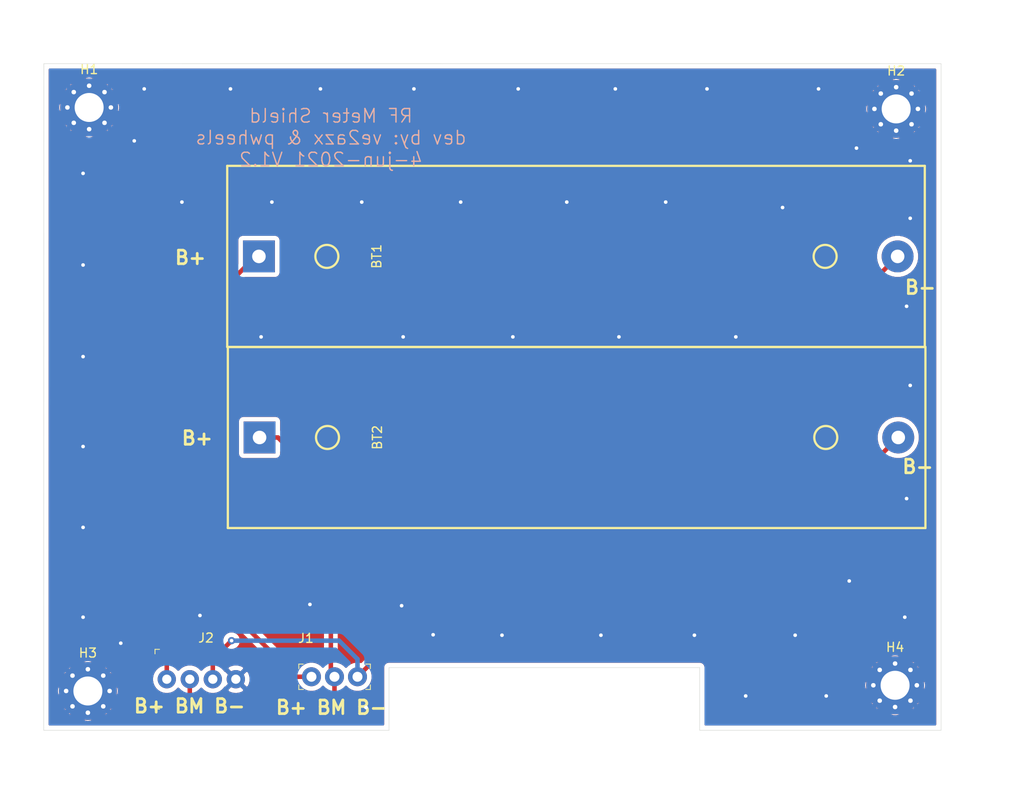
<source format=kicad_pcb>
(kicad_pcb (version 20171130) (host pcbnew "(5.1.10)-1")

  (general
    (thickness 1.6)
    (drawings 15)
    (tracks 90)
    (zones 0)
    (modules 8)
    (nets 5)
  )

  (page A4)
  (layers
    (0 F.Cu signal)
    (31 B.Cu signal)
    (32 B.Adhes user)
    (33 F.Adhes user)
    (34 B.Paste user)
    (35 F.Paste user)
    (36 B.SilkS user)
    (37 F.SilkS user)
    (38 B.Mask user)
    (39 F.Mask user)
    (40 Dwgs.User user)
    (41 Cmts.User user)
    (42 Eco1.User user)
    (43 Eco2.User user)
    (44 Edge.Cuts user)
    (45 Margin user)
    (46 B.CrtYd user)
    (47 F.CrtYd user)
    (48 B.Fab user)
    (49 F.Fab user)
  )

  (setup
    (last_trace_width 0.25)
    (user_trace_width 0.35)
    (user_trace_width 0.5)
    (trace_clearance 0.2)
    (zone_clearance 0.508)
    (zone_45_only no)
    (trace_min 0.2)
    (via_size 0.8)
    (via_drill 0.4)
    (via_min_size 0.4)
    (via_min_drill 0.3)
    (user_via 2 1)
    (uvia_size 0.3)
    (uvia_drill 0.1)
    (uvias_allowed no)
    (uvia_min_size 0.2)
    (uvia_min_drill 0.1)
    (edge_width 0.05)
    (segment_width 0.2)
    (pcb_text_width 0.3)
    (pcb_text_size 1.5 1.5)
    (mod_edge_width 0.12)
    (mod_text_size 1 1)
    (mod_text_width 0.15)
    (pad_size 6.4 6.4)
    (pad_drill 3.2)
    (pad_to_mask_clearance 0)
    (aux_axis_origin 0 0)
    (visible_elements 7FFFFFFF)
    (pcbplotparams
      (layerselection 0x010fc_ffffffff)
      (usegerberextensions false)
      (usegerberattributes true)
      (usegerberadvancedattributes true)
      (creategerberjobfile true)
      (excludeedgelayer true)
      (linewidth 0.100000)
      (plotframeref false)
      (viasonmask false)
      (mode 1)
      (useauxorigin false)
      (hpglpennumber 1)
      (hpglpenspeed 20)
      (hpglpendiameter 15.000000)
      (psnegative false)
      (psa4output false)
      (plotreference true)
      (plotvalue true)
      (plotinvisibletext false)
      (padsonsilk false)
      (subtractmaskfromsilk false)
      (outputformat 1)
      (mirror false)
      (drillshape 0)
      (scaleselection 1)
      (outputdirectory ""))
  )

  (net 0 "")
  (net 1 GND)
  (net 2 "Net-(BT1-Pad1)")
  (net 3 "Net-(BT1-Pad2)")
  (net 4 "Net-(BT2-Pad2)")

  (net_class Default "This is the default net class."
    (clearance 0.2)
    (trace_width 0.25)
    (via_dia 0.8)
    (via_drill 0.4)
    (uvia_dia 0.3)
    (uvia_drill 0.1)
    (add_net GND)
    (add_net "Net-(BT1-Pad1)")
    (add_net "Net-(BT1-Pad2)")
    (add_net "Net-(BT2-Pad2)")
  )

  (module DigiKey:PinHeader_1x4_P2.54mm_Drill1.02mm (layer F.Cu) (tedit 5A43C936) (tstamp 60D2380E)
    (at 44.05 101.02)
    (descr http://www.molex.com/pdm_docs/sd/022232031_sd.pdf)
    (path /60D282AA)
    (fp_text reference J2 (at 4.33 -4.56) (layer F.SilkS)
      (effects (font (size 1 1) (thickness 0.15)))
    )
    (fp_text value Bat_Test (at 4.08 4.52) (layer F.Fab)
      (effects (font (size 1 1) (thickness 0.15)))
    )
    (fp_line (start 9.06 -3.42) (end 9.06 3.42) (layer F.CrtYd) (width 0.05))
    (fp_line (start 8.81 -3.17) (end 8.81 3.17) (layer F.Fab) (width 0.1))
    (fp_line (start -1.2 3.17) (end 8.81 3.17) (layer F.Fab) (width 0.1))
    (fp_line (start 9.06 3.42) (end -1.45 3.42) (layer F.CrtYd) (width 0.05))
    (fp_line (start -1.45 -3.42) (end -1.45 3.42) (layer F.CrtYd) (width 0.05))
    (fp_line (start 9.06 -3.42) (end -1.45 -3.42) (layer F.CrtYd) (width 0.05))
    (fp_line (start -1.3 -3.3) (end -1.3 -2.8) (layer F.SilkS) (width 0.1))
    (fp_line (start -1.3 -3.3) (end -0.8 -3.3) (layer F.SilkS) (width 0.1))
    (fp_line (start -1.3 3.3) (end -1.3 2.8) (layer F.SilkS) (width 0.1))
    (fp_line (start -1.3 3.3) (end -0.8 3.3) (layer F.SilkS) (width 0.1))
    (fp_line (start -1.2 -3.17) (end -1.2 3.17) (layer F.Fab) (width 0.1))
    (fp_line (start -1.2 -3.17) (end 8.81 -3.17) (layer F.Fab) (width 0.1))
    (fp_text user %R (at 4.17 0) (layer F.Fab)
      (effects (font (size 1 1) (thickness 0.15)))
    )
    (pad 4 thru_hole circle (at 7.62 0) (size 2.02 2.02) (drill 1.02) (layers *.Cu *.Mask)
      (net 1 GND))
    (pad 3 thru_hole circle (at 5.08 0) (size 2.02 2.02) (drill 1.02) (layers *.Cu *.Mask)
      (net 4 "Net-(BT2-Pad2)"))
    (pad 2 thru_hole circle (at 2.54 0) (size 2.02 2.02) (drill 1.02) (layers *.Cu *.Mask)
      (net 3 "Net-(BT1-Pad2)"))
    (pad 1 thru_hole circle (at 0 0) (size 2.02 2.02) (drill 1.02) (layers *.Cu *.Mask)
      (net 2 "Net-(BT1-Pad1)"))
  )

  (module User:Battery_Holder_2S (layer F.Cu) (tedit 60D2099C) (tstamp 60D20E6A)
    (at 89.22 54.32)
    (path /60D3233A)
    (fp_text reference BT1 (at -22 0 90) (layer F.SilkS)
      (effects (font (size 1 1) (thickness 0.15)))
    )
    (fp_text value "Li-Ion 18650" (at 3.5 -0.5 90) (layer F.Fab)
      (effects (font (size 1 1) (thickness 0.15)))
    )
    (fp_circle (center -27.5 0) (end -27.5 -1.27) (layer F.SilkS) (width 0.25))
    (fp_line (start 38.5 -10) (end 38.5 10) (layer F.SilkS) (width 0.25))
    (fp_line (start 38.5 10) (end -38.5 10) (layer F.SilkS) (width 0.25))
    (fp_line (start -38.5 10) (end -38.5 -10) (layer F.SilkS) (width 0.25))
    (fp_line (start -38.5 -10) (end 38.5 -10) (layer F.SilkS) (width 0.25))
    (fp_circle (center 27.5 0) (end 27.5 -1.27) (layer F.SilkS) (width 0.25))
    (pad 1 thru_hole rect (at -35 0 90) (size 3.524 3.524) (drill 1.5) (layers *.Cu *.Mask)
      (net 2 "Net-(BT1-Pad1)"))
    (pad 2 thru_hole circle (at 35.5 0 90) (size 3.524 3.524) (drill 1.5) (layers *.Cu *.Mask)
      (net 3 "Net-(BT1-Pad2)"))
  )

  (module Mounting_Holes:MountingHole_3.2mm_M3_Pad_Via (layer F.Cu) (tedit 611D71CB) (tstamp 60D20C29)
    (at 35.48 37.87)
    (descr "Mounting Hole 3.2mm, M3")
    (tags "mounting hole 3.2mm m3")
    (path /60B498C1)
    (attr virtual)
    (fp_text reference H1 (at 0 -4.2) (layer F.SilkS)
      (effects (font (size 1 1) (thickness 0.15)))
    )
    (fp_text value MountingHole (at 0 4.2) (layer F.Fab)
      (effects (font (size 1 1) (thickness 0.15)))
    )
    (fp_circle (center 0 0) (end 3.2 0) (layer Cmts.User) (width 0.15))
    (fp_circle (center 0 0) (end 3.45 0) (layer F.CrtYd) (width 0.05))
    (fp_text user %R (at 0.3 0) (layer F.Fab)
      (effects (font (size 1 1) (thickness 0.15)))
    )
    (pad 1 thru_hole circle (at 0 0) (size 6.4 6.4) (drill 3.2) (layers *.Cu *.Mask)
      (net 1 GND) (zone_connect 2))
    (pad 1 thru_hole circle (at 2.4 0) (size 0.8 0.8) (drill 0.5) (layers *.Cu *.Mask)
      (net 1 GND))
    (pad 1 thru_hole circle (at 1.697056 1.697056) (size 0.8 0.8) (drill 0.5) (layers *.Cu *.Mask)
      (net 1 GND))
    (pad 1 thru_hole circle (at 0 2.4) (size 0.8 0.8) (drill 0.5) (layers *.Cu *.Mask)
      (net 1 GND))
    (pad 1 thru_hole circle (at -1.697056 1.697056) (size 0.8 0.8) (drill 0.5) (layers *.Cu *.Mask)
      (net 1 GND))
    (pad 1 thru_hole circle (at -2.4 0) (size 0.8 0.8) (drill 0.5) (layers *.Cu *.Mask)
      (net 1 GND))
    (pad 1 thru_hole circle (at -1.697056 -1.697056) (size 0.8 0.8) (drill 0.5) (layers *.Cu *.Mask)
      (net 1 GND))
    (pad 1 thru_hole circle (at 0 -2.4) (size 0.8 0.8) (drill 0.5) (layers *.Cu *.Mask)
      (net 1 GND))
    (pad 1 thru_hole circle (at 1.697056 -1.697056) (size 0.8 0.8) (drill 0.5) (layers *.Cu *.Mask)
      (net 1 GND))
  )

  (module DigiKey:PinHeader_1x3_P2.54_Drill1.1mm (layer F.Cu) (tedit 5A4528F9) (tstamp 60D20C49)
    (at 60.02 100.75)
    (path /60D35757)
    (fp_text reference J1 (at -0.61 -4.25) (layer F.SilkS)
      (effects (font (size 1 1) (thickness 0.15)))
    )
    (fp_text value Bat_Cntrl (at 2.71 2.7) (layer F.Fab)
      (effects (font (size 1 1) (thickness 0.15)))
    )
    (fp_line (start -1.27 -1.27) (end 6.35 -1.27) (layer F.Fab) (width 0.1))
    (fp_line (start 6.35 -1.27) (end 6.35 1.27) (layer F.Fab) (width 0.1))
    (fp_line (start -1.27 -1.27) (end -1.27 1.27) (layer F.Fab) (width 0.1))
    (fp_line (start -1.27 1.27) (end 6.35 1.27) (layer F.Fab) (width 0.1))
    (fp_line (start 6.5 -1.4) (end 6 -1.4) (layer F.SilkS) (width 0.1))
    (fp_line (start 6.5 -1.4) (end 6.5 -0.9) (layer F.SilkS) (width 0.1))
    (fp_line (start -1.4 -1.4) (end -0.9 -1.4) (layer F.SilkS) (width 0.1))
    (fp_line (start -1.4 -1.4) (end -1.4 -0.9) (layer F.SilkS) (width 0.1))
    (fp_line (start -1.4 1.4) (end -1.4 0.9) (layer F.SilkS) (width 0.1))
    (fp_line (start -1.4 1.4) (end -0.9 1.4) (layer F.SilkS) (width 0.1))
    (fp_line (start 6.5 1.4) (end 6 1.4) (layer F.SilkS) (width 0.1))
    (fp_line (start 6.5 1.4) (end 6.5 0.9) (layer F.SilkS) (width 0.1))
    (fp_line (start -1.52 -1.52) (end 6.6 -1.52) (layer F.CrtYd) (width 0.05))
    (fp_line (start -1.52 -1.52) (end -1.52 1.52) (layer F.CrtYd) (width 0.05))
    (fp_line (start 6.6 -1.52) (end 6.6 1.52) (layer F.CrtYd) (width 0.05))
    (fp_line (start -1.52 1.52) (end 6.6 1.52) (layer F.CrtYd) (width 0.05))
    (pad 3 thru_hole circle (at 5.08 0) (size 2.1 2.1) (drill 1.1) (layers *.Cu *.Mask)
      (net 4 "Net-(BT2-Pad2)"))
    (pad 2 thru_hole circle (at 2.54 0) (size 2.1 2.1) (drill 1.1) (layers *.Cu *.Mask)
      (net 3 "Net-(BT1-Pad2)"))
    (pad 1 thru_hole circle (at 0 0) (size 2.1 2.1) (drill 1.1) (layers *.Cu *.Mask)
      (net 2 "Net-(BT1-Pad1)"))
  )

  (module Mounting_Holes:MountingHole_3.2mm_M3_Pad_Via (layer F.Cu) (tedit 611D71F2) (tstamp 60D20C32)
    (at 124.44 101.69)
    (descr "Mounting Hole 3.2mm, M3")
    (tags "mounting hole 3.2mm m3")
    (path /60B4A5A5)
    (attr virtual)
    (fp_text reference H4 (at 0 -4.2) (layer F.SilkS)
      (effects (font (size 1 1) (thickness 0.15)))
    )
    (fp_text value MountingHole (at 0 4.2) (layer F.Fab)
      (effects (font (size 1 1) (thickness 0.15)))
    )
    (fp_circle (center 0 0) (end 3.2 0) (layer Cmts.User) (width 0.15))
    (fp_circle (center 0 0) (end 3.45 0) (layer F.CrtYd) (width 0.05))
    (fp_text user %R (at 0.3 0) (layer F.Fab)
      (effects (font (size 1 1) (thickness 0.15)))
    )
    (pad 1 thru_hole circle (at 0 0) (size 6.4 6.4) (drill 3.2) (layers *.Cu *.Mask)
      (net 1 GND) (zone_connect 2))
    (pad 1 thru_hole circle (at 2.4 0) (size 0.8 0.8) (drill 0.5) (layers *.Cu *.Mask)
      (net 1 GND))
    (pad 1 thru_hole circle (at 1.697056 1.697056) (size 0.8 0.8) (drill 0.5) (layers *.Cu *.Mask)
      (net 1 GND))
    (pad 1 thru_hole circle (at 0 2.4) (size 0.8 0.8) (drill 0.5) (layers *.Cu *.Mask)
      (net 1 GND))
    (pad 1 thru_hole circle (at -1.697056 1.697056) (size 0.8 0.8) (drill 0.5) (layers *.Cu *.Mask)
      (net 1 GND))
    (pad 1 thru_hole circle (at -2.4 0) (size 0.8 0.8) (drill 0.5) (layers *.Cu *.Mask)
      (net 1 GND))
    (pad 1 thru_hole circle (at -1.697056 -1.697056) (size 0.8 0.8) (drill 0.5) (layers *.Cu *.Mask)
      (net 1 GND))
    (pad 1 thru_hole circle (at 0 -2.4) (size 0.8 0.8) (drill 0.5) (layers *.Cu *.Mask)
      (net 1 GND))
    (pad 1 thru_hole circle (at 1.697056 -1.697056) (size 0.8 0.8) (drill 0.5) (layers *.Cu *.Mask)
      (net 1 GND))
  )

  (module Mounting_Holes:MountingHole_3.2mm_M3_Pad_Via (layer F.Cu) (tedit 611D71DD) (tstamp 60D20C2F)
    (at 35.34 102.32)
    (descr "Mounting Hole 3.2mm, M3")
    (tags "mounting hole 3.2mm m3")
    (path /60B49C63)
    (attr virtual)
    (fp_text reference H3 (at 0 -4.2) (layer F.SilkS)
      (effects (font (size 1 1) (thickness 0.15)))
    )
    (fp_text value MountingHole (at 0 4.2) (layer F.Fab)
      (effects (font (size 1 1) (thickness 0.15)))
    )
    (fp_circle (center 0 0) (end 3.2 0) (layer Cmts.User) (width 0.15))
    (fp_circle (center 0 0) (end 3.45 0) (layer F.CrtYd) (width 0.05))
    (fp_text user %R (at 0.3 0) (layer F.Fab)
      (effects (font (size 1 1) (thickness 0.15)))
    )
    (pad 1 thru_hole circle (at 0 0) (size 6.4 6.4) (drill 3.2) (layers *.Cu *.Mask)
      (net 1 GND) (zone_connect 2))
    (pad 1 thru_hole circle (at 2.4 0) (size 0.8 0.8) (drill 0.5) (layers *.Cu *.Mask)
      (net 1 GND))
    (pad 1 thru_hole circle (at 1.697056 1.697056) (size 0.8 0.8) (drill 0.5) (layers *.Cu *.Mask)
      (net 1 GND))
    (pad 1 thru_hole circle (at 0 2.4) (size 0.8 0.8) (drill 0.5) (layers *.Cu *.Mask)
      (net 1 GND))
    (pad 1 thru_hole circle (at -1.697056 1.697056) (size 0.8 0.8) (drill 0.5) (layers *.Cu *.Mask)
      (net 1 GND))
    (pad 1 thru_hole circle (at -2.4 0) (size 0.8 0.8) (drill 0.5) (layers *.Cu *.Mask)
      (net 1 GND))
    (pad 1 thru_hole circle (at -1.697056 -1.697056) (size 0.8 0.8) (drill 0.5) (layers *.Cu *.Mask)
      (net 1 GND))
    (pad 1 thru_hole circle (at 0 -2.4) (size 0.8 0.8) (drill 0.5) (layers *.Cu *.Mask)
      (net 1 GND))
    (pad 1 thru_hole circle (at 1.697056 -1.697056) (size 0.8 0.8) (drill 0.5) (layers *.Cu *.Mask)
      (net 1 GND))
  )

  (module Mounting_Holes:MountingHole_3.2mm_M3_Pad_Via (layer F.Cu) (tedit 611D71E8) (tstamp 60D20C2C)
    (at 124.56 38.03)
    (descr "Mounting Hole 3.2mm, M3")
    (tags "mounting hole 3.2mm m3")
    (path /60B4A0AF)
    (attr virtual)
    (fp_text reference H2 (at 0 -4.2) (layer F.SilkS)
      (effects (font (size 1 1) (thickness 0.15)))
    )
    (fp_text value MountingHole (at 0 4.2) (layer F.Fab)
      (effects (font (size 1 1) (thickness 0.15)))
    )
    (fp_circle (center 0 0) (end 3.2 0) (layer Cmts.User) (width 0.15))
    (fp_circle (center 0 0) (end 3.45 0) (layer F.CrtYd) (width 0.05))
    (fp_text user %R (at 0.3 0) (layer F.Fab)
      (effects (font (size 1 1) (thickness 0.15)))
    )
    (pad 1 thru_hole circle (at 0 0) (size 6.4 6.4) (drill 3.2) (layers *.Cu *.Mask)
      (net 1 GND) (zone_connect 2))
    (pad 1 thru_hole circle (at 2.4 0) (size 0.8 0.8) (drill 0.5) (layers *.Cu *.Mask)
      (net 1 GND))
    (pad 1 thru_hole circle (at 1.697056 1.697056) (size 0.8 0.8) (drill 0.5) (layers *.Cu *.Mask)
      (net 1 GND))
    (pad 1 thru_hole circle (at 0 2.4) (size 0.8 0.8) (drill 0.5) (layers *.Cu *.Mask)
      (net 1 GND))
    (pad 1 thru_hole circle (at -1.697056 1.697056) (size 0.8 0.8) (drill 0.5) (layers *.Cu *.Mask)
      (net 1 GND))
    (pad 1 thru_hole circle (at -2.4 0) (size 0.8 0.8) (drill 0.5) (layers *.Cu *.Mask)
      (net 1 GND))
    (pad 1 thru_hole circle (at -1.697056 -1.697056) (size 0.8 0.8) (drill 0.5) (layers *.Cu *.Mask)
      (net 1 GND))
    (pad 1 thru_hole circle (at 0 -2.4) (size 0.8 0.8) (drill 0.5) (layers *.Cu *.Mask)
      (net 1 GND))
    (pad 1 thru_hole circle (at 1.697056 -1.697056) (size 0.8 0.8) (drill 0.5) (layers *.Cu *.Mask)
      (net 1 GND))
  )

  (module User:Battery_Holder_2S (layer F.Cu) (tedit 60D2099C) (tstamp 60D20D51)
    (at 89.29 74.32)
    (path /60D32BE6)
    (fp_text reference BT2 (at -22 0 90) (layer F.SilkS)
      (effects (font (size 1 1) (thickness 0.15)))
    )
    (fp_text value "Li-Ion 18650" (at 3.5 -0.5 90) (layer F.Fab)
      (effects (font (size 1 1) (thickness 0.15)))
    )
    (fp_circle (center -27.5 0) (end -27.5 -1.27) (layer F.SilkS) (width 0.25))
    (fp_line (start 38.5 -10) (end 38.5 10) (layer F.SilkS) (width 0.25))
    (fp_line (start 38.5 10) (end -38.5 10) (layer F.SilkS) (width 0.25))
    (fp_line (start -38.5 10) (end -38.5 -10) (layer F.SilkS) (width 0.25))
    (fp_line (start -38.5 -10) (end 38.5 -10) (layer F.SilkS) (width 0.25))
    (fp_circle (center 27.5 0) (end 27.5 -1.27) (layer F.SilkS) (width 0.25))
    (pad 1 thru_hole rect (at -35 0 90) (size 3.524 3.524) (drill 1.5) (layers *.Cu *.Mask)
      (net 3 "Net-(BT1-Pad2)"))
    (pad 2 thru_hole circle (at 35.5 0 90) (size 3.524 3.524) (drill 1.5) (layers *.Cu *.Mask)
      (net 4 "Net-(BT2-Pad2)"))
  )

  (gr_text B- (at 126.95 77.54) (layer F.SilkS) (tstamp 60E59A08)
    (effects (font (size 1.5 1.5) (thickness 0.3)))
  )
  (gr_text B- (at 127.23 57.74) (layer F.SilkS) (tstamp 60E599F1)
    (effects (font (size 1.5 1.5) (thickness 0.3)))
  )
  (gr_text B+ (at 47.41 74.39) (layer F.SilkS) (tstamp 60E599EB)
    (effects (font (size 1.5 1.5) (thickness 0.3)))
  )
  (gr_text B+ (at 46.66 54.45) (layer F.SilkS) (tstamp 60E599BC)
    (effects (font (size 1.5 1.5) (thickness 0.3)))
  )
  (gr_text "B+ BM B-" (at 46.56 103.98) (layer F.SilkS) (tstamp 60E59984)
    (effects (font (size 1.5 1.5) (thickness 0.3)))
  )
  (gr_text "B+ BM B-" (at 62.23 104.14) (layer F.SilkS)
    (effects (font (size 1.5 1.5) (thickness 0.3)))
  )
  (gr_text "RF Meter Shield\ndev by: ve2azx & pwheels\n4-jun-2021 V1.2" (at 62.17 41.21) (layer B.SilkS)
    (effects (font (size 1.5 1.5) (thickness 0.15)) (justify mirror))
  )
  (gr_line (start 30.46984 106.66476) (end 68.58 106.66476) (layer Edge.Cuts) (width 0.05) (tstamp 60AF4FAC))
  (gr_line (start 129.5146 106.66476) (end 102.87 106.66476) (layer Edge.Cuts) (width 0.05) (tstamp 60AF4F76))
  (gr_line (start 102.87 99.73564) (end 102.87 106.66476) (layer Edge.Cuts) (width 0.05))
  (gr_line (start 68.58 99.73564) (end 102.87 99.73564) (layer Edge.Cuts) (width 0.05) (tstamp 60AF500D))
  (gr_line (start 68.58 106.66476) (end 68.58 99.73564) (layer Edge.Cuts) (width 0.05))
  (gr_line (start 30.48254 33.0327) (end 30.46984 106.66222) (layer Edge.Cuts) (width 0.05))
  (gr_line (start 129.5146 33.04032) (end 30.48254 33.0327) (layer Edge.Cuts) (width 0.05))
  (gr_line (start 129.5146 106.66476) (end 129.5146 33.04032) (layer Edge.Cuts) (width 0.05))

  (via (at 47.71 93.98) (size 0.8) (drill 0.4) (layers F.Cu B.Cu) (net 1))
  (via (at 59.85 92.76) (size 0.8) (drill 0.4) (layers F.Cu B.Cu) (net 1))
  (via (at 69.97 92.9) (size 0.8) (drill 0.4) (layers F.Cu B.Cu) (net 1))
  (via (at 120.18 42.36) (size 0.8) (drill 0.4) (layers F.Cu B.Cu) (net 1))
  (via (at 40.46 41.56) (size 0.8) (drill 0.4) (layers F.Cu B.Cu) (net 1))
  (via (at 38.97 97.04) (size 0.8) (drill 0.4) (layers F.Cu B.Cu) (net 1))
  (via (at 119.38 90.17) (size 0.8) (drill 0.4) (layers F.Cu B.Cu) (net 1))
  (segment (start 38.97 97.616998) (end 38.97 97.04) (width 0.25) (layer F.Cu) (net 1))
  (segment (start 35.34 101.246998) (end 38.97 97.616998) (width 0.25) (layer F.Cu) (net 1))
  (segment (start 35.34 102.32) (end 35.34 101.246998) (width 0.25) (layer F.Cu) (net 1))
  (segment (start 36.205001 38.595001) (end 37.495001 38.595001) (width 0.25) (layer F.Cu) (net 1))
  (segment (start 35.48 37.87) (end 36.205001 38.595001) (width 0.25) (layer F.Cu) (net 1))
  (segment (start 37.495001 38.595001) (end 40.46 41.56) (width 0.25) (layer F.Cu) (net 1))
  (segment (start 123.486998 38.03) (end 120.18 41.336998) (width 0.25) (layer F.Cu) (net 1))
  (segment (start 120.18 41.336998) (end 120.18 42.36) (width 0.25) (layer F.Cu) (net 1))
  (segment (start 124.56 38.03) (end 123.486998 38.03) (width 0.25) (layer F.Cu) (net 1))
  (segment (start 120.973002 97.15) (end 120.75 97.15) (width 0.25) (layer F.Cu) (net 1))
  (segment (start 124.44 100.616998) (end 120.973002 97.15) (width 0.25) (layer F.Cu) (net 1))
  (segment (start 124.44 101.69) (end 124.44 100.616998) (width 0.25) (layer F.Cu) (net 1))
  (via (at 34.81 45.15) (size 0.8) (drill 0.4) (layers F.Cu B.Cu) (net 1))
  (via (at 34.81 55.27) (size 0.8) (drill 0.4) (layers F.Cu B.Cu) (net 1))
  (via (at 34.81 65.39) (size 0.8) (drill 0.4) (layers F.Cu B.Cu) (net 1))
  (via (at 34.81 75.32) (size 0.8) (drill 0.4) (layers F.Cu B.Cu) (net 1))
  (via (at 34.81 84.25) (size 0.8) (drill 0.4) (layers F.Cu B.Cu) (net 1))
  (via (at 34.81 94.17) (size 0.8) (drill 0.4) (layers F.Cu B.Cu) (net 1))
  (via (at 41.56 35.82) (size 0.8) (drill 0.4) (layers F.Cu B.Cu) (net 1))
  (via (at 51.08 35.82) (size 0.8) (drill 0.4) (layers F.Cu B.Cu) (net 1))
  (via (at 61.01 35.82) (size 0.8) (drill 0.4) (layers F.Cu B.Cu) (net 1))
  (via (at 71.33 35.82) (size 0.8) (drill 0.4) (layers F.Cu B.Cu) (net 1))
  (via (at 82.84 35.82) (size 0.8) (drill 0.4) (layers F.Cu B.Cu) (net 1))
  (via (at 93.56 35.82) (size 0.8) (drill 0.4) (layers F.Cu B.Cu) (net 1))
  (via (at 103.68 35.82) (size 0.8) (drill 0.4) (layers F.Cu B.Cu) (net 1))
  (via (at 115.99 35.82) (size 0.8) (drill 0.4) (layers F.Cu B.Cu) (net 1))
  (via (at 126.11 43.76) (size 0.8) (drill 0.4) (layers F.Cu B.Cu) (net 1))
  (via (at 126.11 50.11) (size 0.8) (drill 0.4) (layers F.Cu B.Cu) (net 1))
  (via (at 125.71 59.83) (size 0.8) (drill 0.4) (layers F.Cu B.Cu) (net 1))
  (via (at 126.11 68.57) (size 0.8) (drill 0.4) (layers F.Cu B.Cu) (net 1))
  (via (at 125.71 81.07) (size 0.8) (drill 0.4) (layers F.Cu B.Cu) (net 1))
  (via (at 125.51 94.17) (size 0.8) (drill 0.4) (layers F.Cu B.Cu) (net 1))
  (via (at 116.84 102.87) (size 0.8) (drill 0.4) (layers F.Cu B.Cu) (net 1))
  (via (at 107.95 102.87) (size 0.8) (drill 0.4) (layers F.Cu B.Cu) (net 1))
  (via (at 113.41 96.16) (size 0.8) (drill 0.4) (layers F.Cu B.Cu) (net 1))
  (via (at 102.29 96.16) (size 0.8) (drill 0.4) (layers F.Cu B.Cu) (net 1))
  (via (at 91.97 96.16) (size 0.8) (drill 0.4) (layers F.Cu B.Cu) (net 1))
  (via (at 81.05 96.16) (size 0.8) (drill 0.4) (layers F.Cu B.Cu) (net 1))
  (via (at 73.45 96.11) (size 0.8) (drill 0.4) (layers F.Cu B.Cu) (net 1))
  (via (at 66.04 104.14) (size 0.8) (drill 0.4) (layers F.Cu B.Cu) (net 1))
  (via (at 54.46 63.21) (size 0.8) (drill 0.4) (layers F.Cu B.Cu) (net 1))
  (via (at 70.14 63.21) (size 0.8) (drill 0.4) (layers F.Cu B.Cu) (net 1))
  (via (at 82.25 63.21) (size 0.8) (drill 0.4) (layers F.Cu B.Cu) (net 1))
  (via (at 93.96 63.21) (size 0.8) (drill 0.4) (layers F.Cu B.Cu) (net 1))
  (via (at 106.86 63.21) (size 0.8) (drill 0.4) (layers F.Cu B.Cu) (net 1))
  (via (at 112.02 48.92) (size 0.8) (drill 0.4) (layers F.Cu B.Cu) (net 1))
  (via (at 99.12 48.32) (size 0.8) (drill 0.4) (layers F.Cu B.Cu) (net 1))
  (via (at 88.2 48.32) (size 0.8) (drill 0.4) (layers F.Cu B.Cu) (net 1))
  (via (at 76.49 48.32) (size 0.8) (drill 0.4) (layers F.Cu B.Cu) (net 1))
  (via (at 65.57 48.32) (size 0.8) (drill 0.4) (layers F.Cu B.Cu) (net 1))
  (via (at 55.65 48.32) (size 0.8) (drill 0.4) (layers F.Cu B.Cu) (net 1))
  (via (at 45.72 48.32) (size 0.8) (drill 0.4) (layers F.Cu B.Cu) (net 1))
  (segment (start 58.31 100.75) (end 60.02 100.75) (width 0.5) (layer F.Cu) (net 2))
  (segment (start 47.45 89.89) (end 58.31 100.75) (width 0.5) (layer F.Cu) (net 2))
  (segment (start 47.45 60.74) (end 47.45 89.89) (width 0.5) (layer F.Cu) (net 2))
  (segment (start 53.87 54.32) (end 47.45 60.74) (width 0.5) (layer F.Cu) (net 2))
  (segment (start 54.22 54.32) (end 53.87 54.32) (width 0.5) (layer F.Cu) (net 2))
  (segment (start 44.05 101.02) (end 44.05 93.45) (width 0.5) (layer F.Cu) (net 2))
  (segment (start 47.45 90.05) (end 47.45 89.89) (width 0.5) (layer F.Cu) (net 2))
  (segment (start 44.05 93.45) (end 47.45 90.05) (width 0.5) (layer F.Cu) (net 2))
  (segment (start 54.29 74.32) (end 56.32 74.32) (width 0.5) (layer F.Cu) (net 3))
  (segment (start 62.16 100.35) (end 62.56 100.75) (width 0.5) (layer F.Cu) (net 3))
  (segment (start 62.16 80.16) (end 62.16 100.35) (width 0.5) (layer F.Cu) (net 3))
  (segment (start 100.001921 79.038079) (end 124.72 54.32) (width 0.5) (layer F.Cu) (net 3))
  (segment (start 62.181921 79.038079) (end 100.001921 79.038079) (width 0.5) (layer F.Cu) (net 3))
  (segment (start 61.61 79.61) (end 62.181921 79.038079) (width 0.5) (layer F.Cu) (net 3))
  (segment (start 56.32 74.32) (end 61.61 79.61) (width 0.5) (layer F.Cu) (net 3))
  (segment (start 61.61 79.61) (end 62.16 80.16) (width 0.5) (layer F.Cu) (net 3))
  (segment (start 46.59 101.02) (end 46.59 103.55) (width 0.5) (layer F.Cu) (net 3))
  (segment (start 46.59 103.55) (end 47.07 104.03) (width 0.5) (layer F.Cu) (net 3))
  (segment (start 47.07 104.03) (end 61.2 104.03) (width 0.5) (layer F.Cu) (net 3))
  (segment (start 62.56 102.67) (end 62.56 100.75) (width 0.5) (layer F.Cu) (net 3))
  (segment (start 61.2 104.03) (end 62.56 102.67) (width 0.5) (layer F.Cu) (net 3))
  (segment (start 65.1 100.75) (end 78.76 87.09) (width 0.5) (layer F.Cu) (net 4))
  (segment (start 112.02 87.09) (end 124.79 74.32) (width 0.5) (layer F.Cu) (net 4))
  (segment (start 78.76 87.09) (end 112.02 87.09) (width 0.5) (layer F.Cu) (net 4))
  (segment (start 49.13 101.02) (end 49.13 98.83) (width 0.5) (layer F.Cu) (net 4))
  (segment (start 49.13 98.83) (end 51.2 96.76) (width 0.5) (layer F.Cu) (net 4))
  (segment (start 51.2 96.76) (end 51.2 96.76) (width 0.5) (layer F.Cu) (net 4) (tstamp 60D2383B))
  (via (at 51.2 96.76) (size 0.8) (drill 0.4) (layers F.Cu B.Cu) (net 4))
  (segment (start 51.2 96.76) (end 63.06 96.76) (width 0.5) (layer B.Cu) (net 4))
  (segment (start 65.1 98.8) (end 65.1 100.75) (width 0.5) (layer B.Cu) (net 4))
  (segment (start 63.06 96.76) (end 65.1 98.8) (width 0.5) (layer B.Cu) (net 4))

  (zone (net 1) (net_name GND) (layer B.Cu) (tstamp 63D7CFC9) (hatch edge 0.508)
    (connect_pads (clearance 0.508))
    (min_thickness 0.254)
    (fill yes (arc_segments 32) (thermal_gap 0.508) (thermal_bridge_width 0.508))
    (polygon
      (pts
        (xy 138.67384 112.23752) (xy 138.6713 112.23752) (xy 138.671245 112.233887)
      )
    )
  )
  (zone (net 1) (net_name GND) (layer B.Cu) (tstamp 63D7CFC6) (hatch edge 0.508)
    (connect_pads (clearance 0.508))
    (min_thickness 0.254)
    (fill yes (arc_segments 32) (thermal_gap 0.508) (thermal_bridge_width 0.508))
    (polygon
      (pts
        (xy 131.98 110.31) (xy 29.45 110.31) (xy 29.45 28.68) (xy 131.98 28.68)
      )
    )
    (filled_polygon
      (pts
        (xy 128.854601 33.700269) (xy 128.8546 106.00476) (xy 103.53 106.00476) (xy 103.53 104.796441) (xy 123.913164 104.796441)
        (xy 123.936019 104.999736) (xy 124.123184 105.080577) (xy 124.322523 105.123351) (xy 124.526377 105.126413) (xy 124.726912 105.089647)
        (xy 124.91642 105.014466) (xy 124.943981 104.999736) (xy 124.966836 104.796441) (xy 124.44 104.269605) (xy 123.913164 104.796441)
        (xy 103.53 104.796441) (xy 103.53 104.093497) (xy 122.216108 104.093497) (xy 122.238963 104.296792) (xy 122.426128 104.377633)
        (xy 122.625467 104.420407) (xy 122.829321 104.423469) (xy 123.029856 104.386703) (xy 123.219364 104.311522) (xy 123.246925 104.296792)
        (xy 123.26978 104.0935) (xy 123.388102 104.211822) (xy 123.406679 104.193245) (xy 123.440353 104.376912) (xy 123.515534 104.56642)
        (xy 123.530264 104.593981) (xy 123.733559 104.616836) (xy 124.260395 104.09) (xy 124.246253 104.075858) (xy 124.425858 103.896253)
        (xy 124.44 103.910395) (xy 124.454143 103.896253) (xy 124.633748 104.075858) (xy 124.619605 104.09) (xy 125.146441 104.616836)
        (xy 125.349736 104.593981) (xy 125.430577 104.406816) (xy 125.473351 104.207477) (xy 125.473561 104.193485) (xy 125.491898 104.211822)
        (xy 125.61022 104.0935) (xy 125.633075 104.296792) (xy 125.82024 104.377633) (xy 126.019579 104.420407) (xy 126.223433 104.423469)
        (xy 126.423968 104.386703) (xy 126.613476 104.311522) (xy 126.641037 104.296792) (xy 126.663892 104.093497) (xy 126.137056 103.566661)
        (xy 126.122914 103.580804) (xy 125.943309 103.401199) (xy 125.957451 103.387056) (xy 125.430615 102.86022) (xy 125.22732 102.883075)
        (xy 125.146479 103.07024) (xy 125.103705 103.269579) (xy 125.103495 103.283571) (xy 125.085158 103.265234) (xy 124.966836 103.383556)
        (xy 124.943981 103.180264) (xy 124.756816 103.099423) (xy 124.557477 103.056649) (xy 124.353623 103.053587) (xy 124.153088 103.090353)
        (xy 123.96358 103.165534) (xy 123.936019 103.180264) (xy 123.913164 103.383556) (xy 123.794842 103.265234) (xy 123.776265 103.283811)
        (xy 123.742591 103.100144) (xy 123.66741 102.910636) (xy 123.65268 102.883075) (xy 123.449385 102.86022) (xy 122.922549 103.387056)
        (xy 122.936692 103.401199) (xy 122.757087 103.580804) (xy 122.742944 103.566661) (xy 122.216108 104.093497) (xy 103.53 104.093497)
        (xy 103.53 101.776377) (xy 121.003587 101.776377) (xy 121.040353 101.976912) (xy 121.115534 102.16642) (xy 121.130264 102.193981)
        (xy 121.333559 102.216836) (xy 121.860395 101.69) (xy 121.333559 101.163164) (xy 121.130264 101.186019) (xy 121.049423 101.373184)
        (xy 121.006649 101.572523) (xy 121.003587 101.776377) (xy 103.53 101.776377) (xy 103.53 100.983559) (xy 121.513164 100.983559)
        (xy 122.04 101.510395) (xy 122.054143 101.496253) (xy 122.233748 101.675858) (xy 122.219605 101.69) (xy 122.233748 101.704143)
        (xy 122.054143 101.883748) (xy 122.04 101.869605) (xy 121.513164 102.396441) (xy 121.536019 102.599736) (xy 121.723184 102.680577)
        (xy 121.922523 102.723351) (xy 121.936515 102.723561) (xy 121.918178 102.741898) (xy 122.0365 102.86022) (xy 121.833208 102.883075)
        (xy 121.752367 103.07024) (xy 121.709593 103.269579) (xy 121.706531 103.473433) (xy 121.743297 103.673968) (xy 121.818478 103.863476)
        (xy 121.833208 103.891037) (xy 122.036503 103.913892) (xy 122.563339 103.387056) (xy 122.549197 103.372914) (xy 122.728802 103.193309)
        (xy 122.742944 103.207451) (xy 123.26978 102.680615) (xy 123.246925 102.47732) (xy 123.05976 102.396479) (xy 122.860421 102.353705)
        (xy 122.846429 102.353495) (xy 122.864766 102.335158) (xy 122.746444 102.216836) (xy 122.949736 102.193981) (xy 123.030577 102.006816)
        (xy 123.073351 101.807477) (xy 123.076413 101.603623) (xy 123.039647 101.403088) (xy 122.964466 101.21358) (xy 122.949736 101.186019)
        (xy 122.746444 101.163164) (xy 122.864766 101.044842) (xy 122.846189 101.026265) (xy 123.029856 100.992591) (xy 123.219364 100.91741)
        (xy 123.246925 100.90268) (xy 123.26978 100.699385) (xy 125.61022 100.699385) (xy 125.633075 100.90268) (xy 125.82024 100.983521)
        (xy 126.019579 101.026295) (xy 126.033571 101.026505) (xy 126.015234 101.044842) (xy 126.133556 101.163164) (xy 125.930264 101.186019)
        (xy 125.849423 101.373184) (xy 125.806649 101.572523) (xy 125.803587 101.776377) (xy 125.840353 101.976912) (xy 125.915534 102.16642)
        (xy 125.930264 102.193981) (xy 126.133556 102.216836) (xy 126.015234 102.335158) (xy 126.033811 102.353735) (xy 125.850144 102.387409)
        (xy 125.660636 102.46259) (xy 125.633075 102.47732) (xy 125.61022 102.680615) (xy 126.137056 103.207451) (xy 126.151199 103.193309)
        (xy 126.330804 103.372914) (xy 126.316661 103.387056) (xy 126.843497 103.913892) (xy 127.046792 103.891037) (xy 127.127633 103.703872)
        (xy 127.170407 103.504533) (xy 127.173469 103.300679) (xy 127.136703 103.100144) (xy 127.061522 102.910636) (xy 127.046792 102.883075)
        (xy 126.8435 102.86022) (xy 126.961822 102.741898) (xy 126.943245 102.723321) (xy 127.126912 102.689647) (xy 127.31642 102.614466)
        (xy 127.343981 102.599736) (xy 127.366836 102.396441) (xy 126.84 101.869605) (xy 126.825858 101.883748) (xy 126.646253 101.704143)
        (xy 126.660395 101.69) (xy 127.019605 101.69) (xy 127.546441 102.216836) (xy 127.749736 102.193981) (xy 127.830577 102.006816)
        (xy 127.873351 101.807477) (xy 127.876413 101.603623) (xy 127.839647 101.403088) (xy 127.764466 101.21358) (xy 127.749736 101.186019)
        (xy 127.546441 101.163164) (xy 127.019605 101.69) (xy 126.660395 101.69) (xy 126.646253 101.675858) (xy 126.825858 101.496253)
        (xy 126.84 101.510395) (xy 127.366836 100.983559) (xy 127.343981 100.780264) (xy 127.156816 100.699423) (xy 126.957477 100.656649)
        (xy 126.943485 100.656439) (xy 126.961822 100.638102) (xy 126.8435 100.51978) (xy 127.046792 100.496925) (xy 127.127633 100.30976)
        (xy 127.170407 100.110421) (xy 127.173469 99.906567) (xy 127.136703 99.706032) (xy 127.061522 99.516524) (xy 127.046792 99.488963)
        (xy 126.843497 99.466108) (xy 126.316661 99.992944) (xy 126.330804 100.007087) (xy 126.151199 100.186692) (xy 126.137056 100.172549)
        (xy 125.61022 100.699385) (xy 123.26978 100.699385) (xy 122.742944 100.172549) (xy 122.728802 100.186692) (xy 122.549197 100.007087)
        (xy 122.563339 99.992944) (xy 122.036503 99.466108) (xy 121.833208 99.488963) (xy 121.752367 99.676128) (xy 121.709593 99.875467)
        (xy 121.706531 100.079321) (xy 121.743297 100.279856) (xy 121.818478 100.469364) (xy 121.833208 100.496925) (xy 122.0365 100.51978)
        (xy 121.918178 100.638102) (xy 121.936755 100.656679) (xy 121.753088 100.690353) (xy 121.56358 100.765534) (xy 121.536019 100.780264)
        (xy 121.513164 100.983559) (xy 103.53 100.983559) (xy 103.53 99.768059) (xy 103.533193 99.73564) (xy 103.52045 99.606257)
        (xy 103.48271 99.481847) (xy 103.421425 99.36719) (xy 103.355207 99.286503) (xy 122.216108 99.286503) (xy 122.742944 99.813339)
        (xy 122.757087 99.799197) (xy 122.936692 99.978802) (xy 122.922549 99.992944) (xy 123.449385 100.51978) (xy 123.65268 100.496925)
        (xy 123.733521 100.30976) (xy 123.776295 100.110421) (xy 123.776505 100.096429) (xy 123.794842 100.114766) (xy 123.913164 99.996444)
        (xy 123.936019 100.199736) (xy 124.123184 100.280577) (xy 124.322523 100.323351) (xy 124.526377 100.326413) (xy 124.726912 100.289647)
        (xy 124.91642 100.214466) (xy 124.943981 100.199736) (xy 124.966836 99.996444) (xy 125.085158 100.114766) (xy 125.103735 100.096189)
        (xy 125.137409 100.279856) (xy 125.21259 100.469364) (xy 125.22732 100.496925) (xy 125.430615 100.51978) (xy 125.957451 99.992944)
        (xy 125.943309 99.978802) (xy 126.122914 99.799197) (xy 126.137056 99.813339) (xy 126.663892 99.286503) (xy 126.641037 99.083208)
        (xy 126.453872 99.002367) (xy 126.254533 98.959593) (xy 126.050679 98.956531) (xy 125.850144 98.993297) (xy 125.660636 99.068478)
        (xy 125.633075 99.083208) (xy 125.61022 99.2865) (xy 125.491898 99.168178) (xy 125.473321 99.186755) (xy 125.439647 99.003088)
        (xy 125.364466 98.81358) (xy 125.349736 98.786019) (xy 125.146441 98.763164) (xy 124.619605 99.29) (xy 124.633748 99.304143)
        (xy 124.454143 99.483748) (xy 124.44 99.469605) (xy 124.425858 99.483748) (xy 124.246253 99.304143) (xy 124.260395 99.29)
        (xy 123.733559 98.763164) (xy 123.530264 98.786019) (xy 123.449423 98.973184) (xy 123.406649 99.172523) (xy 123.406439 99.186515)
        (xy 123.388102 99.168178) (xy 123.26978 99.2865) (xy 123.246925 99.083208) (xy 123.05976 99.002367) (xy 122.860421 98.959593)
        (xy 122.656567 98.956531) (xy 122.456032 98.993297) (xy 122.266524 99.068478) (xy 122.238963 99.083208) (xy 122.216108 99.286503)
        (xy 103.355207 99.286503) (xy 103.338948 99.266692) (xy 103.23845 99.184215) (xy 103.123793 99.12293) (xy 102.999383 99.08519)
        (xy 102.902419 99.07564) (xy 102.87 99.072447) (xy 102.837581 99.07564) (xy 68.612419 99.07564) (xy 68.58 99.072447)
        (xy 68.547581 99.07564) (xy 68.450617 99.08519) (xy 68.326207 99.12293) (xy 68.21155 99.184215) (xy 68.111052 99.266692)
        (xy 68.028575 99.36719) (xy 67.96729 99.481847) (xy 67.92955 99.606257) (xy 67.916807 99.73564) (xy 67.920001 99.768069)
        (xy 67.92 106.00476) (xy 31.129953 106.00476) (xy 31.130052 105.426441) (xy 34.813164 105.426441) (xy 34.836019 105.629736)
        (xy 35.023184 105.710577) (xy 35.222523 105.753351) (xy 35.426377 105.756413) (xy 35.626912 105.719647) (xy 35.81642 105.644466)
        (xy 35.843981 105.629736) (xy 35.866836 105.426441) (xy 35.34 104.899605) (xy 34.813164 105.426441) (xy 31.130052 105.426441)
        (xy 31.130173 104.723497) (xy 33.116108 104.723497) (xy 33.138963 104.926792) (xy 33.326128 105.007633) (xy 33.525467 105.050407)
        (xy 33.729321 105.053469) (xy 33.929856 105.016703) (xy 34.119364 104.941522) (xy 34.146925 104.926792) (xy 34.16978 104.7235)
        (xy 34.288102 104.841822) (xy 34.306679 104.823245) (xy 34.340353 105.006912) (xy 34.415534 105.19642) (xy 34.430264 105.223981)
        (xy 34.633559 105.246836) (xy 35.160395 104.72) (xy 35.146253 104.705858) (xy 35.325858 104.526253) (xy 35.34 104.540395)
        (xy 35.354143 104.526253) (xy 35.533748 104.705858) (xy 35.519605 104.72) (xy 36.046441 105.246836) (xy 36.249736 105.223981)
        (xy 36.330577 105.036816) (xy 36.373351 104.837477) (xy 36.373561 104.823485) (xy 36.391898 104.841822) (xy 36.51022 104.7235)
        (xy 36.533075 104.926792) (xy 36.72024 105.007633) (xy 36.919579 105.050407) (xy 37.123433 105.053469) (xy 37.323968 105.016703)
        (xy 37.513476 104.941522) (xy 37.541037 104.926792) (xy 37.563892 104.723497) (xy 37.037056 104.196661) (xy 37.022914 104.210804)
        (xy 36.843309 104.031199) (xy 36.857451 104.017056) (xy 36.330615 103.49022) (xy 36.12732 103.513075) (xy 36.046479 103.70024)
        (xy 36.003705 103.899579) (xy 36.003495 103.913571) (xy 35.985158 103.895234) (xy 35.866836 104.013556) (xy 35.843981 103.810264)
        (xy 35.656816 103.729423) (xy 35.457477 103.686649) (xy 35.253623 103.683587) (xy 35.053088 103.720353) (xy 34.86358 103.795534)
        (xy 34.836019 103.810264) (xy 34.813164 104.013556) (xy 34.694842 103.895234) (xy 34.676265 103.913811) (xy 34.642591 103.730144)
        (xy 34.56741 103.540636) (xy 34.55268 103.513075) (xy 34.349385 103.49022) (xy 33.822549 104.017056) (xy 33.836692 104.031199)
        (xy 33.657087 104.210804) (xy 33.642944 104.196661) (xy 33.116108 104.723497) (xy 31.130173 104.723497) (xy 31.130573 102.406377)
        (xy 31.903587 102.406377) (xy 31.940353 102.606912) (xy 32.015534 102.79642) (xy 32.030264 102.823981) (xy 32.233559 102.846836)
        (xy 32.760395 102.32) (xy 32.233559 101.793164) (xy 32.030264 101.816019) (xy 31.949423 102.003184) (xy 31.906649 102.202523)
        (xy 31.903587 102.406377) (xy 31.130573 102.406377) (xy 31.130709 101.613559) (xy 32.413164 101.613559) (xy 32.94 102.140395)
        (xy 32.954143 102.126253) (xy 33.133748 102.305858) (xy 33.119605 102.32) (xy 33.133748 102.334143) (xy 32.954143 102.513748)
        (xy 32.94 102.499605) (xy 32.413164 103.026441) (xy 32.436019 103.229736) (xy 32.623184 103.310577) (xy 32.822523 103.353351)
        (xy 32.836515 103.353561) (xy 32.818178 103.371898) (xy 32.9365 103.49022) (xy 32.733208 103.513075) (xy 32.652367 103.70024)
        (xy 32.609593 103.899579) (xy 32.606531 104.103433) (xy 32.643297 104.303968) (xy 32.718478 104.493476) (xy 32.733208 104.521037)
        (xy 32.936503 104.543892) (xy 33.463339 104.017056) (xy 33.449197 104.002914) (xy 33.628802 103.823309) (xy 33.642944 103.837451)
        (xy 34.16978 103.310615) (xy 34.146925 103.10732) (xy 33.95976 103.026479) (xy 33.760421 102.983705) (xy 33.746429 102.983495)
        (xy 33.764766 102.965158) (xy 33.646444 102.846836) (xy 33.849736 102.823981) (xy 33.930577 102.636816) (xy 33.973351 102.437477)
        (xy 33.976413 102.233623) (xy 33.939647 102.033088) (xy 33.864466 101.84358) (xy 33.849736 101.816019) (xy 33.646444 101.793164)
        (xy 33.764766 101.674842) (xy 33.746189 101.656265) (xy 33.929856 101.622591) (xy 34.119364 101.54741) (xy 34.146925 101.53268)
        (xy 34.16978 101.329385) (xy 36.51022 101.329385) (xy 36.533075 101.53268) (xy 36.72024 101.613521) (xy 36.919579 101.656295)
        (xy 36.933571 101.656505) (xy 36.915234 101.674842) (xy 37.033556 101.793164) (xy 36.830264 101.816019) (xy 36.749423 102.003184)
        (xy 36.706649 102.202523) (xy 36.703587 102.406377) (xy 36.740353 102.606912) (xy 36.815534 102.79642) (xy 36.830264 102.823981)
        (xy 37.033556 102.846836) (xy 36.915234 102.965158) (xy 36.933811 102.983735) (xy 36.750144 103.017409) (xy 36.560636 103.09259)
        (xy 36.533075 103.10732) (xy 36.51022 103.310615) (xy 37.037056 103.837451) (xy 37.051199 103.823309) (xy 37.230804 104.002914)
        (xy 37.216661 104.017056) (xy 37.743497 104.543892) (xy 37.946792 104.521037) (xy 38.027633 104.333872) (xy 38.070407 104.134533)
        (xy 38.073469 103.930679) (xy 38.036703 103.730144) (xy 37.961522 103.540636) (xy 37.946792 103.513075) (xy 37.7435 103.49022)
        (xy 37.861822 103.371898) (xy 37.843245 103.353321) (xy 38.026912 103.319647) (xy 38.21642 103.244466) (xy 38.243981 103.229736)
        (xy 38.266836 103.026441) (xy 37.74 102.499605) (xy 37.725858 102.513748) (xy 37.546253 102.334143) (xy 37.560395 102.32)
        (xy 37.919605 102.32) (xy 38.446441 102.846836) (xy 38.649736 102.823981) (xy 38.730577 102.636816) (xy 38.773351 102.437477)
        (xy 38.776413 102.233623) (xy 38.739647 102.033088) (xy 38.664466 101.84358) (xy 38.649736 101.816019) (xy 38.446441 101.793164)
        (xy 37.919605 102.32) (xy 37.560395 102.32) (xy 37.546253 102.305858) (xy 37.725858 102.126253) (xy 37.74 102.140395)
        (xy 38.266836 101.613559) (xy 38.243981 101.410264) (xy 38.056816 101.329423) (xy 37.857477 101.286649) (xy 37.843485 101.286439)
        (xy 37.861822 101.268102) (xy 37.7435 101.14978) (xy 37.946792 101.126925) (xy 38.027633 100.93976) (xy 38.04518 100.857982)
        (xy 42.405 100.857982) (xy 42.405 101.182018) (xy 42.468217 101.499829) (xy 42.59222 101.799199) (xy 42.772245 102.068626)
        (xy 43.001374 102.297755) (xy 43.270801 102.47778) (xy 43.570171 102.601783) (xy 43.887982 102.665) (xy 44.212018 102.665)
        (xy 44.529829 102.601783) (xy 44.829199 102.47778) (xy 45.098626 102.297755) (xy 45.32 102.076381) (xy 45.541374 102.297755)
        (xy 45.810801 102.47778) (xy 46.110171 102.601783) (xy 46.427982 102.665) (xy 46.752018 102.665) (xy 47.069829 102.601783)
        (xy 47.369199 102.47778) (xy 47.638626 102.297755) (xy 47.86 102.076381) (xy 48.081374 102.297755) (xy 48.350801 102.47778)
        (xy 48.650171 102.601783) (xy 48.967982 102.665) (xy 49.292018 102.665) (xy 49.609829 102.601783) (xy 49.909199 102.47778)
        (xy 50.178626 102.297755) (xy 50.313836 102.162545) (xy 50.707061 102.162545) (xy 50.804032 102.427968) (xy 51.095353 102.569856)
        (xy 51.408757 102.652185) (xy 51.7322 102.671789) (xy 52.053253 102.627916) (xy 52.359578 102.522251) (xy 52.535968 102.427968)
        (xy 52.632939 102.162545) (xy 51.67 101.199605) (xy 50.707061 102.162545) (xy 50.313836 102.162545) (xy 50.407755 102.068626)
        (xy 50.477262 101.964601) (xy 50.527455 101.982939) (xy 51.490395 101.02) (xy 51.849605 101.02) (xy 52.812545 101.982939)
        (xy 53.077968 101.885968) (xy 53.219856 101.594647) (xy 53.302185 101.281243) (xy 53.321789 100.9578) (xy 53.277916 100.636747)
        (xy 53.172251 100.330422) (xy 53.077968 100.154032) (xy 52.812545 100.057061) (xy 51.849605 101.02) (xy 51.490395 101.02)
        (xy 50.527455 100.057061) (xy 50.477262 100.075399) (xy 50.407755 99.971374) (xy 50.313836 99.877455) (xy 50.707061 99.877455)
        (xy 51.67 100.840395) (xy 52.632939 99.877455) (xy 52.535968 99.612032) (xy 52.244647 99.470144) (xy 51.931243 99.387815)
        (xy 51.6078 99.368211) (xy 51.286747 99.412084) (xy 50.980422 99.517749) (xy 50.804032 99.612032) (xy 50.707061 99.877455)
        (xy 50.313836 99.877455) (xy 50.178626 99.742245) (xy 49.909199 99.56222) (xy 49.609829 99.438217) (xy 49.292018 99.375)
        (xy 48.967982 99.375) (xy 48.650171 99.438217) (xy 48.350801 99.56222) (xy 48.081374 99.742245) (xy 47.86 99.963619)
        (xy 47.638626 99.742245) (xy 47.369199 99.56222) (xy 47.069829 99.438217) (xy 46.752018 99.375) (xy 46.427982 99.375)
        (xy 46.110171 99.438217) (xy 45.810801 99.56222) (xy 45.541374 99.742245) (xy 45.32 99.963619) (xy 45.098626 99.742245)
        (xy 44.829199 99.56222) (xy 44.529829 99.438217) (xy 44.212018 99.375) (xy 43.887982 99.375) (xy 43.570171 99.438217)
        (xy 43.270801 99.56222) (xy 43.001374 99.742245) (xy 42.772245 99.971374) (xy 42.59222 100.240801) (xy 42.468217 100.540171)
        (xy 42.405 100.857982) (xy 38.04518 100.857982) (xy 38.070407 100.740421) (xy 38.073469 100.536567) (xy 38.036703 100.336032)
        (xy 37.961522 100.146524) (xy 37.946792 100.118963) (xy 37.743497 100.096108) (xy 37.216661 100.622944) (xy 37.230804 100.637087)
        (xy 37.051199 100.816692) (xy 37.037056 100.802549) (xy 36.51022 101.329385) (xy 34.16978 101.329385) (xy 33.642944 100.802549)
        (xy 33.628802 100.816692) (xy 33.449197 100.637087) (xy 33.463339 100.622944) (xy 32.936503 100.096108) (xy 32.733208 100.118963)
        (xy 32.652367 100.306128) (xy 32.609593 100.505467) (xy 32.606531 100.709321) (xy 32.643297 100.909856) (xy 32.718478 101.099364)
        (xy 32.733208 101.126925) (xy 32.9365 101.14978) (xy 32.818178 101.268102) (xy 32.836755 101.286679) (xy 32.653088 101.320353)
        (xy 32.46358 101.395534) (xy 32.436019 101.410264) (xy 32.413164 101.613559) (xy 31.130709 101.613559) (xy 31.131001 99.916503)
        (xy 33.116108 99.916503) (xy 33.642944 100.443339) (xy 33.657087 100.429197) (xy 33.836692 100.608802) (xy 33.822549 100.622944)
        (xy 34.349385 101.14978) (xy 34.55268 101.126925) (xy 34.633521 100.93976) (xy 34.676295 100.740421) (xy 34.676505 100.726429)
        (xy 34.694842 100.744766) (xy 34.813164 100.626444) (xy 34.836019 100.829736) (xy 35.023184 100.910577) (xy 35.222523 100.953351)
        (xy 35.426377 100.956413) (xy 35.626912 100.919647) (xy 35.81642 100.844466) (xy 35.843981 100.829736) (xy 35.866836 100.626444)
        (xy 35.985158 100.744766) (xy 36.003735 100.726189) (xy 36.037409 100.909856) (xy 36.11259 101.099364) (xy 36.12732 101.126925)
        (xy 36.330615 101.14978) (xy 36.857451 100.622944) (xy 36.843309 100.608802) (xy 37.022914 100.429197) (xy 37.037056 100.443339)
        (xy 37.563892 99.916503) (xy 37.541037 99.713208) (xy 37.353872 99.632367) (xy 37.154533 99.589593) (xy 36.950679 99.586531)
        (xy 36.750144 99.623297) (xy 36.560636 99.698478) (xy 36.533075 99.713208) (xy 36.51022 99.9165) (xy 36.391898 99.798178)
        (xy 36.373321 99.816755) (xy 36.339647 99.633088) (xy 36.264466 99.44358) (xy 36.249736 99.416019) (xy 36.046441 99.393164)
        (xy 35.519605 99.92) (xy 35.533748 99.934143) (xy 35.354143 100.113748) (xy 35.34 100.099605) (xy 35.325858 100.113748)
        (xy 35.146253 99.934143) (xy 35.160395 99.92) (xy 34.633559 99.393164) (xy 34.430264 99.416019) (xy 34.349423 99.603184)
        (xy 34.306649 99.802523) (xy 34.306439 99.816515) (xy 34.288102 99.798178) (xy 34.16978 99.9165) (xy 34.146925 99.713208)
        (xy 33.95976 99.632367) (xy 33.760421 99.589593) (xy 33.556567 99.586531) (xy 33.356032 99.623297) (xy 33.166524 99.698478)
        (xy 33.138963 99.713208) (xy 33.116108 99.916503) (xy 31.131001 99.916503) (xy 31.131122 99.213559) (xy 34.813164 99.213559)
        (xy 35.34 99.740395) (xy 35.866836 99.213559) (xy 35.843981 99.010264) (xy 35.656816 98.929423) (xy 35.457477 98.886649)
        (xy 35.253623 98.883587) (xy 35.053088 98.920353) (xy 34.86358 98.995534) (xy 34.836019 99.010264) (xy 34.813164 99.213559)
        (xy 31.131122 99.213559) (xy 31.131562 96.658061) (xy 50.165 96.658061) (xy 50.165 96.861939) (xy 50.204774 97.061898)
        (xy 50.282795 97.250256) (xy 50.396063 97.419774) (xy 50.540226 97.563937) (xy 50.709744 97.677205) (xy 50.898102 97.755226)
        (xy 51.098061 97.795) (xy 51.301939 97.795) (xy 51.501898 97.755226) (xy 51.690256 97.677205) (xy 51.738454 97.645)
        (xy 62.693422 97.645) (xy 64.215 99.166579) (xy 64.215 99.314805) (xy 64.025875 99.441175) (xy 63.83 99.63705)
        (xy 63.634125 99.441175) (xy 63.358147 99.256772) (xy 63.051496 99.129754) (xy 62.725958 99.065) (xy 62.394042 99.065)
        (xy 62.068504 99.129754) (xy 61.761853 99.256772) (xy 61.485875 99.441175) (xy 61.29 99.63705) (xy 61.094125 99.441175)
        (xy 60.818147 99.256772) (xy 60.511496 99.129754) (xy 60.185958 99.065) (xy 59.854042 99.065) (xy 59.528504 99.129754)
        (xy 59.221853 99.256772) (xy 58.945875 99.441175) (xy 58.711175 99.675875) (xy 58.526772 99.951853) (xy 58.399754 100.258504)
        (xy 58.335 100.584042) (xy 58.335 100.915958) (xy 58.399754 101.241496) (xy 58.526772 101.548147) (xy 58.711175 101.824125)
        (xy 58.945875 102.058825) (xy 59.221853 102.243228) (xy 59.528504 102.370246) (xy 59.854042 102.435) (xy 60.185958 102.435)
        (xy 60.511496 102.370246) (xy 60.818147 102.243228) (xy 61.094125 102.058825) (xy 61.29 101.86295) (xy 61.485875 102.058825)
        (xy 61.761853 102.243228) (xy 62.068504 102.370246) (xy 62.394042 102.435) (xy 62.725958 102.435) (xy 63.051496 102.370246)
        (xy 63.358147 102.243228) (xy 63.634125 102.058825) (xy 63.83 101.86295) (xy 64.025875 102.058825) (xy 64.301853 102.243228)
        (xy 64.608504 102.370246) (xy 64.934042 102.435) (xy 65.265958 102.435) (xy 65.591496 102.370246) (xy 65.898147 102.243228)
        (xy 66.174125 102.058825) (xy 66.408825 101.824125) (xy 66.593228 101.548147) (xy 66.720246 101.241496) (xy 66.785 100.915958)
        (xy 66.785 100.584042) (xy 66.720246 100.258504) (xy 66.593228 99.951853) (xy 66.408825 99.675875) (xy 66.174125 99.441175)
        (xy 65.985 99.314805) (xy 65.985 98.843469) (xy 65.989281 98.8) (xy 65.985 98.756531) (xy 65.985 98.756523)
        (xy 65.972195 98.62651) (xy 65.959166 98.583559) (xy 123.913164 98.583559) (xy 124.44 99.110395) (xy 124.966836 98.583559)
        (xy 124.943981 98.380264) (xy 124.756816 98.299423) (xy 124.557477 98.256649) (xy 124.353623 98.253587) (xy 124.153088 98.290353)
        (xy 123.96358 98.365534) (xy 123.936019 98.380264) (xy 123.913164 98.583559) (xy 65.959166 98.583559) (xy 65.921589 98.459686)
        (xy 65.839411 98.305941) (xy 65.756532 98.204953) (xy 65.75653 98.204951) (xy 65.728817 98.171183) (xy 65.69505 98.143471)
        (xy 63.716534 96.164956) (xy 63.688817 96.131183) (xy 63.554059 96.020589) (xy 63.400313 95.938411) (xy 63.23349 95.887805)
        (xy 63.103477 95.875) (xy 63.103469 95.875) (xy 63.06 95.870719) (xy 63.016531 95.875) (xy 51.738454 95.875)
        (xy 51.690256 95.842795) (xy 51.501898 95.764774) (xy 51.301939 95.725) (xy 51.098061 95.725) (xy 50.898102 95.764774)
        (xy 50.709744 95.842795) (xy 50.540226 95.956063) (xy 50.396063 96.100226) (xy 50.282795 96.269744) (xy 50.204774 96.458102)
        (xy 50.165 96.658061) (xy 31.131562 96.658061) (xy 31.135719 72.558) (xy 51.889928 72.558) (xy 51.889928 76.082)
        (xy 51.902188 76.206482) (xy 51.938498 76.32618) (xy 51.997463 76.436494) (xy 52.076815 76.533185) (xy 52.173506 76.612537)
        (xy 52.28382 76.671502) (xy 52.403518 76.707812) (xy 52.528 76.720072) (xy 56.052 76.720072) (xy 56.176482 76.707812)
        (xy 56.29618 76.671502) (xy 56.406494 76.612537) (xy 56.503185 76.533185) (xy 56.582537 76.436494) (xy 56.641502 76.32618)
        (xy 56.677812 76.206482) (xy 56.690072 76.082) (xy 56.690072 74.083916) (xy 122.393 74.083916) (xy 122.393 74.556084)
        (xy 122.485115 75.019179) (xy 122.665806 75.455405) (xy 122.928129 75.847998) (xy 123.262002 76.181871) (xy 123.654595 76.444194)
        (xy 124.090821 76.624885) (xy 124.553916 76.717) (xy 125.026084 76.717) (xy 125.489179 76.624885) (xy 125.925405 76.444194)
        (xy 126.317998 76.181871) (xy 126.651871 75.847998) (xy 126.914194 75.455405) (xy 127.094885 75.019179) (xy 127.187 74.556084)
        (xy 127.187 74.083916) (xy 127.094885 73.620821) (xy 126.914194 73.184595) (xy 126.651871 72.792002) (xy 126.317998 72.458129)
        (xy 125.925405 72.195806) (xy 125.489179 72.015115) (xy 125.026084 71.923) (xy 124.553916 71.923) (xy 124.090821 72.015115)
        (xy 123.654595 72.195806) (xy 123.262002 72.458129) (xy 122.928129 72.792002) (xy 122.665806 73.184595) (xy 122.485115 73.620821)
        (xy 122.393 74.083916) (xy 56.690072 74.083916) (xy 56.690072 72.558) (xy 56.677812 72.433518) (xy 56.641502 72.31382)
        (xy 56.582537 72.203506) (xy 56.503185 72.106815) (xy 56.406494 72.027463) (xy 56.29618 71.968498) (xy 56.176482 71.932188)
        (xy 56.052 71.919928) (xy 52.528 71.919928) (xy 52.403518 71.932188) (xy 52.28382 71.968498) (xy 52.173506 72.027463)
        (xy 52.076815 72.106815) (xy 51.997463 72.203506) (xy 51.938498 72.31382) (xy 51.902188 72.433518) (xy 51.889928 72.558)
        (xy 31.135719 72.558) (xy 31.139169 52.558) (xy 51.819928 52.558) (xy 51.819928 56.082) (xy 51.832188 56.206482)
        (xy 51.868498 56.32618) (xy 51.927463 56.436494) (xy 52.006815 56.533185) (xy 52.103506 56.612537) (xy 52.21382 56.671502)
        (xy 52.333518 56.707812) (xy 52.458 56.720072) (xy 55.982 56.720072) (xy 56.106482 56.707812) (xy 56.22618 56.671502)
        (xy 56.336494 56.612537) (xy 56.433185 56.533185) (xy 56.512537 56.436494) (xy 56.571502 56.32618) (xy 56.607812 56.206482)
        (xy 56.620072 56.082) (xy 56.620072 54.083916) (xy 122.323 54.083916) (xy 122.323 54.556084) (xy 122.415115 55.019179)
        (xy 122.595806 55.455405) (xy 122.858129 55.847998) (xy 123.192002 56.181871) (xy 123.584595 56.444194) (xy 124.020821 56.624885)
        (xy 124.483916 56.717) (xy 124.956084 56.717) (xy 125.419179 56.624885) (xy 125.855405 56.444194) (xy 126.247998 56.181871)
        (xy 126.581871 55.847998) (xy 126.844194 55.455405) (xy 127.024885 55.019179) (xy 127.117 54.556084) (xy 127.117 54.083916)
        (xy 127.024885 53.620821) (xy 126.844194 53.184595) (xy 126.581871 52.792002) (xy 126.247998 52.458129) (xy 125.855405 52.195806)
        (xy 125.419179 52.015115) (xy 124.956084 51.923) (xy 124.483916 51.923) (xy 124.020821 52.015115) (xy 123.584595 52.195806)
        (xy 123.192002 52.458129) (xy 122.858129 52.792002) (xy 122.595806 53.184595) (xy 122.415115 53.620821) (xy 122.323 54.083916)
        (xy 56.620072 54.083916) (xy 56.620072 52.558) (xy 56.607812 52.433518) (xy 56.571502 52.31382) (xy 56.512537 52.203506)
        (xy 56.433185 52.106815) (xy 56.336494 52.027463) (xy 56.22618 51.968498) (xy 56.106482 51.932188) (xy 55.982 51.919928)
        (xy 52.458 51.919928) (xy 52.333518 51.932188) (xy 52.21382 51.968498) (xy 52.103506 52.027463) (xy 52.006815 52.106815)
        (xy 51.927463 52.203506) (xy 51.868498 52.31382) (xy 51.832188 52.433518) (xy 51.819928 52.558) (xy 31.139169 52.558)
        (xy 31.141168 40.976441) (xy 34.953164 40.976441) (xy 34.976019 41.179736) (xy 35.163184 41.260577) (xy 35.362523 41.303351)
        (xy 35.566377 41.306413) (xy 35.766912 41.269647) (xy 35.95642 41.194466) (xy 35.983981 41.179736) (xy 35.988848 41.136441)
        (xy 124.033164 41.136441) (xy 124.056019 41.339736) (xy 124.243184 41.420577) (xy 124.442523 41.463351) (xy 124.646377 41.466413)
        (xy 124.846912 41.429647) (xy 125.03642 41.354466) (xy 125.063981 41.339736) (xy 125.086836 41.136441) (xy 124.56 40.609605)
        (xy 124.033164 41.136441) (xy 35.988848 41.136441) (xy 36.006836 40.976441) (xy 35.48 40.449605) (xy 34.953164 40.976441)
        (xy 31.141168 40.976441) (xy 31.14129 40.273497) (xy 33.256108 40.273497) (xy 33.278963 40.476792) (xy 33.466128 40.557633)
        (xy 33.665467 40.600407) (xy 33.869321 40.603469) (xy 34.069856 40.566703) (xy 34.259364 40.491522) (xy 34.286925 40.476792)
        (xy 34.30978 40.2735) (xy 34.428102 40.391822) (xy 34.446679 40.373245) (xy 34.480353 40.556912) (xy 34.555534 40.74642)
        (xy 34.570264 40.773981) (xy 34.773559 40.796836) (xy 35.300395 40.27) (xy 35.286253 40.255858) (xy 35.465858 40.076253)
        (xy 35.48 40.090395) (xy 35.494143 40.076253) (xy 35.673748 40.255858) (xy 35.659605 40.27) (xy 36.186441 40.796836)
        (xy 36.389736 40.773981) (xy 36.470577 40.586816) (xy 36.513351 40.387477) (xy 36.513561 40.373485) (xy 36.531898 40.391822)
        (xy 36.65022 40.2735) (xy 36.673075 40.476792) (xy 36.86024 40.557633) (xy 37.059579 40.600407) (xy 37.263433 40.603469)
        (xy 37.463968 40.566703) (xy 37.653476 40.491522) (xy 37.681037 40.476792) (xy 37.685904 40.433497) (xy 122.336108 40.433497)
        (xy 122.358963 40.636792) (xy 122.546128 40.717633) (xy 122.745467 40.760407) (xy 122.949321 40.763469) (xy 123.149856 40.726703)
        (xy 123.339364 40.651522) (xy 123.366925 40.636792) (xy 123.38978 40.4335) (xy 123.508102 40.551822) (xy 123.526679 40.533245)
        (xy 123.560353 40.716912) (xy 123.635534 40.90642) (xy 123.650264 40.933981) (xy 123.853559 40.956836) (xy 124.380395 40.43)
        (xy 124.366253 40.415858) (xy 124.545858 40.236253) (xy 124.56 40.250395) (xy 124.574143 40.236253) (xy 124.753748 40.415858)
        (xy 124.739605 40.43) (xy 125.266441 40.956836) (xy 125.469736 40.933981) (xy 125.550577 40.746816) (xy 125.593351 40.547477)
        (xy 125.593561 40.533485) (xy 125.611898 40.551822) (xy 125.73022 40.4335) (xy 125.753075 40.636792) (xy 125.94024 40.717633)
        (xy 126.139579 40.760407) (xy 126.343433 40.763469) (xy 126.543968 40.726703) (xy 126.733476 40.651522) (xy 126.761037 40.636792)
        (xy 126.783892 40.433497) (xy 126.257056 39.906661) (xy 126.242914 39.920804) (xy 126.063309 39.741199) (xy 126.077451 39.727056)
        (xy 125.550615 39.20022) (xy 125.34732 39.223075) (xy 125.266479 39.41024) (xy 125.223705 39.609579) (xy 125.223495 39.623571)
        (xy 125.205158 39.605234) (xy 125.086836 39.723556) (xy 125.063981 39.520264) (xy 124.876816 39.439423) (xy 124.677477 39.396649)
        (xy 124.473623 39.393587) (xy 124.273088 39.430353) (xy 124.08358 39.505534) (xy 124.056019 39.520264) (xy 124.033164 39.723556)
        (xy 123.914842 39.605234) (xy 123.896265 39.623811) (xy 123.862591 39.440144) (xy 123.78741 39.250636) (xy 123.77268 39.223075)
        (xy 123.569385 39.20022) (xy 123.042549 39.727056) (xy 123.056692 39.741199) (xy 122.877087 39.920804) (xy 122.862944 39.906661)
        (xy 122.336108 40.433497) (xy 37.685904 40.433497) (xy 37.703892 40.273497) (xy 37.177056 39.746661) (xy 37.162914 39.760804)
        (xy 36.983309 39.581199) (xy 36.997451 39.567056) (xy 36.470615 39.04022) (xy 36.26732 39.063075) (xy 36.186479 39.25024)
        (xy 36.143705 39.449579) (xy 36.143495 39.463571) (xy 36.125158 39.445234) (xy 36.006836 39.563556) (xy 35.983981 39.360264)
        (xy 35.796816 39.279423) (xy 35.597477 39.236649) (xy 35.393623 39.233587) (xy 35.193088 39.270353) (xy 35.00358 39.345534)
        (xy 34.976019 39.360264) (xy 34.953164 39.563556) (xy 34.834842 39.445234) (xy 34.816265 39.463811) (xy 34.782591 39.280144)
        (xy 34.70741 39.090636) (xy 34.69268 39.063075) (xy 34.489385 39.04022) (xy 33.962549 39.567056) (xy 33.976692 39.581199)
        (xy 33.797087 39.760804) (xy 33.782944 39.746661) (xy 33.256108 40.273497) (xy 31.14129 40.273497) (xy 31.14169 37.956377)
        (xy 32.043587 37.956377) (xy 32.080353 38.156912) (xy 32.155534 38.34642) (xy 32.170264 38.373981) (xy 32.373559 38.396836)
        (xy 32.900395 37.87) (xy 32.373559 37.343164) (xy 32.170264 37.366019) (xy 32.089423 37.553184) (xy 32.046649 37.752523)
        (xy 32.043587 37.956377) (xy 31.14169 37.956377) (xy 31.141826 37.163559) (xy 32.553164 37.163559) (xy 33.08 37.690395)
        (xy 33.094143 37.676253) (xy 33.273748 37.855858) (xy 33.259605 37.87) (xy 33.273748 37.884143) (xy 33.094143 38.063748)
        (xy 33.08 38.049605) (xy 32.553164 38.576441) (xy 32.576019 38.779736) (xy 32.763184 38.860577) (xy 32.962523 38.903351)
        (xy 32.976515 38.903561) (xy 32.958178 38.921898) (xy 33.0765 39.04022) (xy 32.873208 39.063075) (xy 32.792367 39.25024)
        (xy 32.749593 39.449579) (xy 32.746531 39.653433) (xy 32.783297 39.853968) (xy 32.858478 40.043476) (xy 32.873208 40.071037)
        (xy 33.076503 40.093892) (xy 33.603339 39.567056) (xy 33.589197 39.552914) (xy 33.768802 39.373309) (xy 33.782944 39.387451)
        (xy 34.30978 38.860615) (xy 34.286925 38.65732) (xy 34.09976 38.576479) (xy 33.900421 38.533705) (xy 33.886429 38.533495)
        (xy 33.904766 38.515158) (xy 33.786444 38.396836) (xy 33.989736 38.373981) (xy 34.070577 38.186816) (xy 34.113351 37.987477)
        (xy 34.116413 37.783623) (xy 34.079647 37.583088) (xy 34.004466 37.39358) (xy 33.989736 37.366019) (xy 33.786444 37.343164)
        (xy 33.904766 37.224842) (xy 33.886189 37.206265) (xy 34.069856 37.172591) (xy 34.259364 37.09741) (xy 34.286925 37.08268)
        (xy 34.30978 36.879385) (xy 36.65022 36.879385) (xy 36.673075 37.08268) (xy 36.86024 37.163521) (xy 37.059579 37.206295)
        (xy 37.073571 37.206505) (xy 37.055234 37.224842) (xy 37.173556 37.343164) (xy 36.970264 37.366019) (xy 36.889423 37.553184)
        (xy 36.846649 37.752523) (xy 36.843587 37.956377) (xy 36.880353 38.156912) (xy 36.955534 38.34642) (xy 36.970264 38.373981)
        (xy 37.173556 38.396836) (xy 37.055234 38.515158) (xy 37.073811 38.533735) (xy 36.890144 38.567409) (xy 36.700636 38.64259)
        (xy 36.673075 38.65732) (xy 36.65022 38.860615) (xy 37.177056 39.387451) (xy 37.191199 39.373309) (xy 37.370804 39.552914)
        (xy 37.356661 39.567056) (xy 37.883497 40.093892) (xy 38.086792 40.071037) (xy 38.167633 39.883872) (xy 38.210407 39.684533)
        (xy 38.213469 39.480679) (xy 38.176703 39.280144) (xy 38.101522 39.090636) (xy 38.086792 39.063075) (xy 37.8835 39.04022)
        (xy 38.001822 38.921898) (xy 37.983245 38.903321) (xy 38.166912 38.869647) (xy 38.35642 38.794466) (xy 38.383981 38.779736)
        (xy 38.406836 38.576441) (xy 37.88 38.049605) (xy 37.865858 38.063748) (xy 37.686253 37.884143) (xy 37.700395 37.87)
        (xy 38.059605 37.87) (xy 38.586441 38.396836) (xy 38.789736 38.373981) (xy 38.870577 38.186816) (xy 38.885691 38.116377)
        (xy 121.123587 38.116377) (xy 121.160353 38.316912) (xy 121.235534 38.50642) (xy 121.250264 38.533981) (xy 121.453559 38.556836)
        (xy 121.980395 38.03) (xy 121.453559 37.503164) (xy 121.250264 37.526019) (xy 121.169423 37.713184) (xy 121.126649 37.912523)
        (xy 121.123587 38.116377) (xy 38.885691 38.116377) (xy 38.913351 37.987477) (xy 38.916413 37.783623) (xy 38.879647 37.583088)
        (xy 38.804466 37.39358) (xy 38.789736 37.366019) (xy 38.586441 37.343164) (xy 38.059605 37.87) (xy 37.700395 37.87)
        (xy 37.686253 37.855858) (xy 37.865858 37.676253) (xy 37.88 37.690395) (xy 38.246836 37.323559) (xy 121.633164 37.323559)
        (xy 122.16 37.850395) (xy 122.174143 37.836253) (xy 122.353748 38.015858) (xy 122.339605 38.03) (xy 122.353748 38.044143)
        (xy 122.174143 38.223748) (xy 122.16 38.209605) (xy 121.633164 38.736441) (xy 121.656019 38.939736) (xy 121.843184 39.020577)
        (xy 122.042523 39.063351) (xy 122.056515 39.063561) (xy 122.038178 39.081898) (xy 122.1565 39.20022) (xy 121.953208 39.223075)
        (xy 121.872367 39.41024) (xy 121.829593 39.609579) (xy 121.826531 39.813433) (xy 121.863297 40.013968) (xy 121.938478 40.203476)
        (xy 121.953208 40.231037) (xy 122.156503 40.253892) (xy 122.683339 39.727056) (xy 122.669197 39.712914) (xy 122.848802 39.533309)
        (xy 122.862944 39.547451) (xy 123.38978 39.020615) (xy 123.366925 38.81732) (xy 123.17976 38.736479) (xy 122.980421 38.693705)
        (xy 122.966429 38.693495) (xy 122.984766 38.675158) (xy 122.866444 38.556836) (xy 123.069736 38.533981) (xy 123.150577 38.346816)
        (xy 123.193351 38.147477) (xy 123.196413 37.943623) (xy 123.159647 37.743088) (xy 123.084466 37.55358) (xy 123.069736 37.526019)
        (xy 122.866444 37.503164) (xy 122.984766 37.384842) (xy 122.966189 37.366265) (xy 123.149856 37.332591) (xy 123.339364 37.25741)
        (xy 123.366925 37.24268) (xy 123.38978 37.039385) (xy 125.73022 37.039385) (xy 125.753075 37.24268) (xy 125.94024 37.323521)
        (xy 126.139579 37.366295) (xy 126.153571 37.366505) (xy 126.135234 37.384842) (xy 126.253556 37.503164) (xy 126.050264 37.526019)
        (xy 125.969423 37.713184) (xy 125.926649 37.912523) (xy 125.923587 38.116377) (xy 125.960353 38.316912) (xy 126.035534 38.50642)
        (xy 126.050264 38.533981) (xy 126.253556 38.556836) (xy 126.135234 38.675158) (xy 126.153811 38.693735) (xy 125.970144 38.727409)
        (xy 125.780636 38.80259) (xy 125.753075 38.81732) (xy 125.73022 39.020615) (xy 126.257056 39.547451) (xy 126.271199 39.533309)
        (xy 126.450804 39.712914) (xy 126.436661 39.727056) (xy 126.963497 40.253892) (xy 127.166792 40.231037) (xy 127.247633 40.043872)
        (xy 127.290407 39.844533) (xy 127.293469 39.640679) (xy 127.256703 39.440144) (xy 127.181522 39.250636) (xy 127.166792 39.223075)
        (xy 126.9635 39.20022) (xy 127.081822 39.081898) (xy 127.063245 39.063321) (xy 127.246912 39.029647) (xy 127.43642 38.954466)
        (xy 127.463981 38.939736) (xy 127.486836 38.736441) (xy 126.96 38.209605) (xy 126.945858 38.223748) (xy 126.766253 38.044143)
        (xy 126.780395 38.03) (xy 127.139605 38.03) (xy 127.666441 38.556836) (xy 127.869736 38.533981) (xy 127.950577 38.346816)
        (xy 127.993351 38.147477) (xy 127.996413 37.943623) (xy 127.959647 37.743088) (xy 127.884466 37.55358) (xy 127.869736 37.526019)
        (xy 127.666441 37.503164) (xy 127.139605 38.03) (xy 126.780395 38.03) (xy 126.766253 38.015858) (xy 126.945858 37.836253)
        (xy 126.96 37.850395) (xy 127.486836 37.323559) (xy 127.463981 37.120264) (xy 127.276816 37.039423) (xy 127.077477 36.996649)
        (xy 127.063485 36.996439) (xy 127.081822 36.978102) (xy 126.9635 36.85978) (xy 127.166792 36.836925) (xy 127.247633 36.64976)
        (xy 127.290407 36.450421) (xy 127.293469 36.246567) (xy 127.256703 36.046032) (xy 127.181522 35.856524) (xy 127.166792 35.828963)
        (xy 126.963497 35.806108) (xy 126.436661 36.332944) (xy 126.450804 36.347087) (xy 126.271199 36.526692) (xy 126.257056 36.512549)
        (xy 125.73022 37.039385) (xy 123.38978 37.039385) (xy 122.862944 36.512549) (xy 122.848802 36.526692) (xy 122.669197 36.347087)
        (xy 122.683339 36.332944) (xy 122.156503 35.806108) (xy 121.953208 35.828963) (xy 121.872367 36.016128) (xy 121.829593 36.215467)
        (xy 121.826531 36.419321) (xy 121.863297 36.619856) (xy 121.938478 36.809364) (xy 121.953208 36.836925) (xy 122.1565 36.85978)
        (xy 122.038178 36.978102) (xy 122.056755 36.996679) (xy 121.873088 37.030353) (xy 121.68358 37.105534) (xy 121.656019 37.120264)
        (xy 121.633164 37.323559) (xy 38.246836 37.323559) (xy 38.406836 37.163559) (xy 38.383981 36.960264) (xy 38.196816 36.879423)
        (xy 37.997477 36.836649) (xy 37.983485 36.836439) (xy 38.001822 36.818102) (xy 37.8835 36.69978) (xy 38.086792 36.676925)
        (xy 38.167633 36.48976) (xy 38.210407 36.290421) (xy 38.213469 36.086567) (xy 38.176703 35.886032) (xy 38.101522 35.696524)
        (xy 38.086792 35.668963) (xy 37.883497 35.646108) (xy 37.356661 36.172944) (xy 37.370804 36.187087) (xy 37.191199 36.366692)
        (xy 37.177056 36.352549) (xy 36.65022 36.879385) (xy 34.30978 36.879385) (xy 33.782944 36.352549) (xy 33.768802 36.366692)
        (xy 33.589197 36.187087) (xy 33.603339 36.172944) (xy 33.076503 35.646108) (xy 32.873208 35.668963) (xy 32.792367 35.856128)
        (xy 32.749593 36.055467) (xy 32.746531 36.259321) (xy 32.783297 36.459856) (xy 32.858478 36.649364) (xy 32.873208 36.676925)
        (xy 33.0765 36.69978) (xy 32.958178 36.818102) (xy 32.976755 36.836679) (xy 32.793088 36.870353) (xy 32.60358 36.945534)
        (xy 32.576019 36.960264) (xy 32.553164 37.163559) (xy 31.141826 37.163559) (xy 31.142119 35.466503) (xy 33.256108 35.466503)
        (xy 33.782944 35.993339) (xy 33.797087 35.979197) (xy 33.976692 36.158802) (xy 33.962549 36.172944) (xy 34.489385 36.69978)
        (xy 34.69268 36.676925) (xy 34.773521 36.48976) (xy 34.816295 36.290421) (xy 34.816505 36.276429) (xy 34.834842 36.294766)
        (xy 34.953164 36.176444) (xy 34.976019 36.379736) (xy 35.163184 36.460577) (xy 35.362523 36.503351) (xy 35.566377 36.506413)
        (xy 35.766912 36.469647) (xy 35.95642 36.394466) (xy 35.983981 36.379736) (xy 36.006836 36.176444) (xy 36.125158 36.294766)
        (xy 36.143735 36.276189) (xy 36.177409 36.459856) (xy 36.25259 36.649364) (xy 36.26732 36.676925) (xy 36.470615 36.69978)
        (xy 36.997451 36.172944) (xy 36.983309 36.158802) (xy 37.162914 35.979197) (xy 37.177056 35.993339) (xy 37.543892 35.626503)
        (xy 122.336108 35.626503) (xy 122.862944 36.153339) (xy 122.877087 36.139197) (xy 123.056692 36.318802) (xy 123.042549 36.332944)
        (xy 123.569385 36.85978) (xy 123.77268 36.836925) (xy 123.853521 36.64976) (xy 123.896295 36.450421) (xy 123.896505 36.436429)
        (xy 123.914842 36.454766) (xy 124.033164 36.336444) (xy 124.056019 36.539736) (xy 124.243184 36.620577) (xy 124.442523 36.663351)
        (xy 124.646377 36.666413) (xy 124.846912 36.629647) (xy 125.03642 36.554466) (xy 125.063981 36.539736) (xy 125.086836 36.336444)
        (xy 125.205158 36.454766) (xy 125.223735 36.436189) (xy 125.257409 36.619856) (xy 125.33259 36.809364) (xy 125.34732 36.836925)
        (xy 125.550615 36.85978) (xy 126.077451 36.332944) (xy 126.063309 36.318802) (xy 126.242914 36.139197) (xy 126.257056 36.153339)
        (xy 126.783892 35.626503) (xy 126.761037 35.423208) (xy 126.573872 35.342367) (xy 126.374533 35.299593) (xy 126.170679 35.296531)
        (xy 125.970144 35.333297) (xy 125.780636 35.408478) (xy 125.753075 35.423208) (xy 125.73022 35.6265) (xy 125.611898 35.508178)
        (xy 125.593321 35.526755) (xy 125.559647 35.343088) (xy 125.484466 35.15358) (xy 125.469736 35.126019) (xy 125.266441 35.103164)
        (xy 124.739605 35.63) (xy 124.753748 35.644143) (xy 124.574143 35.823748) (xy 124.56 35.809605) (xy 124.545858 35.823748)
        (xy 124.366253 35.644143) (xy 124.380395 35.63) (xy 123.853559 35.103164) (xy 123.650264 35.126019) (xy 123.569423 35.313184)
        (xy 123.526649 35.512523) (xy 123.526439 35.526515) (xy 123.508102 35.508178) (xy 123.38978 35.6265) (xy 123.366925 35.423208)
        (xy 123.17976 35.342367) (xy 122.980421 35.299593) (xy 122.776567 35.296531) (xy 122.576032 35.333297) (xy 122.386524 35.408478)
        (xy 122.358963 35.423208) (xy 122.336108 35.626503) (xy 37.543892 35.626503) (xy 37.703892 35.466503) (xy 37.681037 35.263208)
        (xy 37.493872 35.182367) (xy 37.294533 35.139593) (xy 37.090679 35.136531) (xy 36.890144 35.173297) (xy 36.700636 35.248478)
        (xy 36.673075 35.263208) (xy 36.65022 35.4665) (xy 36.531898 35.348178) (xy 36.513321 35.366755) (xy 36.479647 35.183088)
        (xy 36.404466 34.99358) (xy 36.389736 34.966019) (xy 36.186441 34.943164) (xy 35.659605 35.47) (xy 35.673748 35.484143)
        (xy 35.494143 35.663748) (xy 35.48 35.649605) (xy 35.465858 35.663748) (xy 35.286253 35.484143) (xy 35.300395 35.47)
        (xy 34.773559 34.943164) (xy 34.570264 34.966019) (xy 34.489423 35.153184) (xy 34.446649 35.352523) (xy 34.446439 35.366515)
        (xy 34.428102 35.348178) (xy 34.30978 35.4665) (xy 34.286925 35.263208) (xy 34.09976 35.182367) (xy 33.900421 35.139593)
        (xy 33.696567 35.136531) (xy 33.496032 35.173297) (xy 33.306524 35.248478) (xy 33.278963 35.263208) (xy 33.256108 35.466503)
        (xy 31.142119 35.466503) (xy 31.14224 34.763559) (xy 34.953164 34.763559) (xy 35.48 35.290395) (xy 35.846836 34.923559)
        (xy 124.033164 34.923559) (xy 124.56 35.450395) (xy 125.086836 34.923559) (xy 125.063981 34.720264) (xy 124.876816 34.639423)
        (xy 124.677477 34.596649) (xy 124.473623 34.593587) (xy 124.273088 34.630353) (xy 124.08358 34.705534) (xy 124.056019 34.720264)
        (xy 124.033164 34.923559) (xy 35.846836 34.923559) (xy 36.006836 34.763559) (xy 35.983981 34.560264) (xy 35.796816 34.479423)
        (xy 35.597477 34.436649) (xy 35.393623 34.433587) (xy 35.193088 34.470353) (xy 35.00358 34.545534) (xy 34.976019 34.560264)
        (xy 34.953164 34.763559) (xy 31.14224 34.763559) (xy 31.142426 33.69275)
      )
    )
  )
  (zone (net 1) (net_name GND) (layer F.Cu) (tstamp 63D7CFC3) (hatch edge 0.508)
    (connect_pads (clearance 0.508))
    (min_thickness 0.254)
    (fill yes (arc_segments 32) (thermal_gap 0.508) (thermal_bridge_width 0.508))
    (polygon
      (pts
        (xy 137.4 113.4) (xy 25.64 113.4) (xy 25.64 26) (xy 137.4 26)
      )
    )
    (filled_polygon
      (pts
        (xy 128.854601 33.700269) (xy 128.8546 106.00476) (xy 103.53 106.00476) (xy 103.53 104.796441) (xy 123.913164 104.796441)
        (xy 123.936019 104.999736) (xy 124.123184 105.080577) (xy 124.322523 105.123351) (xy 124.526377 105.126413) (xy 124.726912 105.089647)
        (xy 124.91642 105.014466) (xy 124.943981 104.999736) (xy 124.966836 104.796441) (xy 124.44 104.269605) (xy 123.913164 104.796441)
        (xy 103.53 104.796441) (xy 103.53 104.093497) (xy 122.216108 104.093497) (xy 122.238963 104.296792) (xy 122.426128 104.377633)
        (xy 122.625467 104.420407) (xy 122.829321 104.423469) (xy 123.029856 104.386703) (xy 123.219364 104.311522) (xy 123.246925 104.296792)
        (xy 123.26978 104.0935) (xy 123.388102 104.211822) (xy 123.406679 104.193245) (xy 123.440353 104.376912) (xy 123.515534 104.56642)
        (xy 123.530264 104.593981) (xy 123.733559 104.616836) (xy 124.260395 104.09) (xy 124.246253 104.075858) (xy 124.425858 103.896253)
        (xy 124.44 103.910395) (xy 124.454143 103.896253) (xy 124.633748 104.075858) (xy 124.619605 104.09) (xy 125.146441 104.616836)
        (xy 125.349736 104.593981) (xy 125.430577 104.406816) (xy 125.473351 104.207477) (xy 125.473561 104.193485) (xy 125.491898 104.211822)
        (xy 125.61022 104.0935) (xy 125.633075 104.296792) (xy 125.82024 104.377633) (xy 126.019579 104.420407) (xy 126.223433 104.423469)
        (xy 126.423968 104.386703) (xy 126.613476 104.311522) (xy 126.641037 104.296792) (xy 126.663892 104.093497) (xy 126.137056 103.566661)
        (xy 126.122914 103.580804) (xy 125.943309 103.401199) (xy 125.957451 103.387056) (xy 125.430615 102.86022) (xy 125.22732 102.883075)
        (xy 125.146479 103.07024) (xy 125.103705 103.269579) (xy 125.103495 103.283571) (xy 125.085158 103.265234) (xy 124.966836 103.383556)
        (xy 124.943981 103.180264) (xy 124.756816 103.099423) (xy 124.557477 103.056649) (xy 124.353623 103.053587) (xy 124.153088 103.090353)
        (xy 123.96358 103.165534) (xy 123.936019 103.180264) (xy 123.913164 103.383556) (xy 123.794842 103.265234) (xy 123.776265 103.283811)
        (xy 123.742591 103.100144) (xy 123.66741 102.910636) (xy 123.65268 102.883075) (xy 123.449385 102.86022) (xy 122.922549 103.387056)
        (xy 122.936692 103.401199) (xy 122.757087 103.580804) (xy 122.742944 103.566661) (xy 122.216108 104.093497) (xy 103.53 104.093497)
        (xy 103.53 101.776377) (xy 121.003587 101.776377) (xy 121.040353 101.976912) (xy 121.115534 102.16642) (xy 121.130264 102.193981)
        (xy 121.333559 102.216836) (xy 121.860395 101.69) (xy 121.333559 101.163164) (xy 121.130264 101.186019) (xy 121.049423 101.373184)
        (xy 121.006649 101.572523) (xy 121.003587 101.776377) (xy 103.53 101.776377) (xy 103.53 100.983559) (xy 121.513164 100.983559)
        (xy 122.04 101.510395) (xy 122.054143 101.496253) (xy 122.233748 101.675858) (xy 122.219605 101.69) (xy 122.233748 101.704143)
        (xy 122.054143 101.883748) (xy 122.04 101.869605) (xy 121.513164 102.396441) (xy 121.536019 102.599736) (xy 121.723184 102.680577)
        (xy 121.922523 102.723351) (xy 121.936515 102.723561) (xy 121.918178 102.741898) (xy 122.0365 102.86022) (xy 121.833208 102.883075)
        (xy 121.752367 103.07024) (xy 121.709593 103.269579) (xy 121.706531 103.473433) (xy 121.743297 103.673968) (xy 121.818478 103.863476)
        (xy 121.833208 103.891037) (xy 122.036503 103.913892) (xy 122.563339 103.387056) (xy 122.549197 103.372914) (xy 122.728802 103.193309)
        (xy 122.742944 103.207451) (xy 123.26978 102.680615) (xy 123.246925 102.47732) (xy 123.05976 102.396479) (xy 122.860421 102.353705)
        (xy 122.846429 102.353495) (xy 122.864766 102.335158) (xy 122.746444 102.216836) (xy 122.949736 102.193981) (xy 123.030577 102.006816)
        (xy 123.073351 101.807477) (xy 123.076413 101.603623) (xy 123.039647 101.403088) (xy 122.964466 101.21358) (xy 122.949736 101.186019)
        (xy 122.746444 101.163164) (xy 122.864766 101.044842) (xy 122.846189 101.026265) (xy 123.029856 100.992591) (xy 123.219364 100.91741)
        (xy 123.246925 100.90268) (xy 123.26978 100.699385) (xy 125.61022 100.699385) (xy 125.633075 100.90268) (xy 125.82024 100.983521)
        (xy 126.019579 101.026295) (xy 126.033571 101.026505) (xy 126.015234 101.044842) (xy 126.133556 101.163164) (xy 125.930264 101.186019)
        (xy 125.849423 101.373184) (xy 125.806649 101.572523) (xy 125.803587 101.776377) (xy 125.840353 101.976912) (xy 125.915534 102.16642)
        (xy 125.930264 102.193981) (xy 126.133556 102.216836) (xy 126.015234 102.335158) (xy 126.033811 102.353735) (xy 125.850144 102.387409)
        (xy 125.660636 102.46259) (xy 125.633075 102.47732) (xy 125.61022 102.680615) (xy 126.137056 103.207451) (xy 126.151199 103.193309)
        (xy 126.330804 103.372914) (xy 126.316661 103.387056) (xy 126.843497 103.913892) (xy 127.046792 103.891037) (xy 127.127633 103.703872)
        (xy 127.170407 103.504533) (xy 127.173469 103.300679) (xy 127.136703 103.100144) (xy 127.061522 102.910636) (xy 127.046792 102.883075)
        (xy 126.8435 102.86022) (xy 126.961822 102.741898) (xy 126.943245 102.723321) (xy 127.126912 102.689647) (xy 127.31642 102.614466)
        (xy 127.343981 102.599736) (xy 127.366836 102.396441) (xy 126.84 101.869605) (xy 126.825858 101.883748) (xy 126.646253 101.704143)
        (xy 126.660395 101.69) (xy 127.019605 101.69) (xy 127.546441 102.216836) (xy 127.749736 102.193981) (xy 127.830577 102.006816)
        (xy 127.873351 101.807477) (xy 127.876413 101.603623) (xy 127.839647 101.403088) (xy 127.764466 101.21358) (xy 127.749736 101.186019)
        (xy 127.546441 101.163164) (xy 127.019605 101.69) (xy 126.660395 101.69) (xy 126.646253 101.675858) (xy 126.825858 101.496253)
        (xy 126.84 101.510395) (xy 127.366836 100.983559) (xy 127.343981 100.780264) (xy 127.156816 100.699423) (xy 126.957477 100.656649)
        (xy 126.943485 100.656439) (xy 126.961822 100.638102) (xy 126.8435 100.51978) (xy 127.046792 100.496925) (xy 127.127633 100.30976)
        (xy 127.170407 100.110421) (xy 127.173469 99.906567) (xy 127.136703 99.706032) (xy 127.061522 99.516524) (xy 127.046792 99.488963)
        (xy 126.843497 99.466108) (xy 126.316661 99.992944) (xy 126.330804 100.007087) (xy 126.151199 100.186692) (xy 126.137056 100.172549)
        (xy 125.61022 100.699385) (xy 123.26978 100.699385) (xy 122.742944 100.172549) (xy 122.728802 100.186692) (xy 122.549197 100.007087)
        (xy 122.563339 99.992944) (xy 122.036503 99.466108) (xy 121.833208 99.488963) (xy 121.752367 99.676128) (xy 121.709593 99.875467)
        (xy 121.706531 100.079321) (xy 121.743297 100.279856) (xy 121.818478 100.469364) (xy 121.833208 100.496925) (xy 122.0365 100.51978)
        (xy 121.918178 100.638102) (xy 121.936755 100.656679) (xy 121.753088 100.690353) (xy 121.56358 100.765534) (xy 121.536019 100.780264)
        (xy 121.513164 100.983559) (xy 103.53 100.983559) (xy 103.53 99.768059) (xy 103.533193 99.73564) (xy 103.52045 99.606257)
        (xy 103.48271 99.481847) (xy 103.421425 99.36719) (xy 103.355207 99.286503) (xy 122.216108 99.286503) (xy 122.742944 99.813339)
        (xy 122.757087 99.799197) (xy 122.936692 99.978802) (xy 122.922549 99.992944) (xy 123.449385 100.51978) (xy 123.65268 100.496925)
        (xy 123.733521 100.30976) (xy 123.776295 100.110421) (xy 123.776505 100.096429) (xy 123.794842 100.114766) (xy 123.913164 99.996444)
        (xy 123.936019 100.199736) (xy 124.123184 100.280577) (xy 124.322523 100.323351) (xy 124.526377 100.326413) (xy 124.726912 100.289647)
        (xy 124.91642 100.214466) (xy 124.943981 100.199736) (xy 124.966836 99.996444) (xy 125.085158 100.114766) (xy 125.103735 100.096189)
        (xy 125.137409 100.279856) (xy 125.21259 100.469364) (xy 125.22732 100.496925) (xy 125.430615 100.51978) (xy 125.957451 99.992944)
        (xy 125.943309 99.978802) (xy 126.122914 99.799197) (xy 126.137056 99.813339) (xy 126.663892 99.286503) (xy 126.641037 99.083208)
        (xy 126.453872 99.002367) (xy 126.254533 98.959593) (xy 126.050679 98.956531) (xy 125.850144 98.993297) (xy 125.660636 99.068478)
        (xy 125.633075 99.083208) (xy 125.61022 99.2865) (xy 125.491898 99.168178) (xy 125.473321 99.186755) (xy 125.439647 99.003088)
        (xy 125.364466 98.81358) (xy 125.349736 98.786019) (xy 125.146441 98.763164) (xy 124.619605 99.29) (xy 124.633748 99.304143)
        (xy 124.454143 99.483748) (xy 124.44 99.469605) (xy 124.425858 99.483748) (xy 124.246253 99.304143) (xy 124.260395 99.29)
        (xy 123.733559 98.763164) (xy 123.530264 98.786019) (xy 123.449423 98.973184) (xy 123.406649 99.172523) (xy 123.406439 99.186515)
        (xy 123.388102 99.168178) (xy 123.26978 99.2865) (xy 123.246925 99.083208) (xy 123.05976 99.002367) (xy 122.860421 98.959593)
        (xy 122.656567 98.956531) (xy 122.456032 98.993297) (xy 122.266524 99.068478) (xy 122.238963 99.083208) (xy 122.216108 99.286503)
        (xy 103.355207 99.286503) (xy 103.338948 99.266692) (xy 103.23845 99.184215) (xy 103.123793 99.12293) (xy 102.999383 99.08519)
        (xy 102.902419 99.07564) (xy 102.87 99.072447) (xy 102.837581 99.07564) (xy 68.612419 99.07564) (xy 68.58 99.072447)
        (xy 68.547581 99.07564) (xy 68.450617 99.08519) (xy 68.326207 99.12293) (xy 68.21155 99.184215) (xy 68.111052 99.266692)
        (xy 68.028575 99.36719) (xy 67.96729 99.481847) (xy 67.92955 99.606257) (xy 67.916807 99.73564) (xy 67.920001 99.768069)
        (xy 67.92 106.00476) (xy 31.129953 106.00476) (xy 31.130052 105.426441) (xy 34.813164 105.426441) (xy 34.836019 105.629736)
        (xy 35.023184 105.710577) (xy 35.222523 105.753351) (xy 35.426377 105.756413) (xy 35.626912 105.719647) (xy 35.81642 105.644466)
        (xy 35.843981 105.629736) (xy 35.866836 105.426441) (xy 35.34 104.899605) (xy 34.813164 105.426441) (xy 31.130052 105.426441)
        (xy 31.130173 104.723497) (xy 33.116108 104.723497) (xy 33.138963 104.926792) (xy 33.326128 105.007633) (xy 33.525467 105.050407)
        (xy 33.729321 105.053469) (xy 33.929856 105.016703) (xy 34.119364 104.941522) (xy 34.146925 104.926792) (xy 34.16978 104.7235)
        (xy 34.288102 104.841822) (xy 34.306679 104.823245) (xy 34.340353 105.006912) (xy 34.415534 105.19642) (xy 34.430264 105.223981)
        (xy 34.633559 105.246836) (xy 35.160395 104.72) (xy 35.146253 104.705858) (xy 35.325858 104.526253) (xy 35.34 104.540395)
        (xy 35.354143 104.526253) (xy 35.533748 104.705858) (xy 35.519605 104.72) (xy 36.046441 105.246836) (xy 36.249736 105.223981)
        (xy 36.330577 105.036816) (xy 36.373351 104.837477) (xy 36.373561 104.823485) (xy 36.391898 104.841822) (xy 36.51022 104.7235)
        (xy 36.533075 104.926792) (xy 36.72024 105.007633) (xy 36.919579 105.050407) (xy 37.123433 105.053469) (xy 37.323968 105.016703)
        (xy 37.513476 104.941522) (xy 37.541037 104.926792) (xy 37.563892 104.723497) (xy 37.037056 104.196661) (xy 37.022914 104.210804)
        (xy 36.843309 104.031199) (xy 36.857451 104.017056) (xy 36.330615 103.49022) (xy 36.12732 103.513075) (xy 36.046479 103.70024)
        (xy 36.003705 103.899579) (xy 36.003495 103.913571) (xy 35.985158 103.895234) (xy 35.866836 104.013556) (xy 35.843981 103.810264)
        (xy 35.656816 103.729423) (xy 35.457477 103.686649) (xy 35.253623 103.683587) (xy 35.053088 103.720353) (xy 34.86358 103.795534)
        (xy 34.836019 103.810264) (xy 34.813164 104.013556) (xy 34.694842 103.895234) (xy 34.676265 103.913811) (xy 34.642591 103.730144)
        (xy 34.56741 103.540636) (xy 34.55268 103.513075) (xy 34.349385 103.49022) (xy 33.822549 104.017056) (xy 33.836692 104.031199)
        (xy 33.657087 104.210804) (xy 33.642944 104.196661) (xy 33.116108 104.723497) (xy 31.130173 104.723497) (xy 31.130573 102.406377)
        (xy 31.903587 102.406377) (xy 31.940353 102.606912) (xy 32.015534 102.79642) (xy 32.030264 102.823981) (xy 32.233559 102.846836)
        (xy 32.760395 102.32) (xy 32.233559 101.793164) (xy 32.030264 101.816019) (xy 31.949423 102.003184) (xy 31.906649 102.202523)
        (xy 31.903587 102.406377) (xy 31.130573 102.406377) (xy 31.130709 101.613559) (xy 32.413164 101.613559) (xy 32.94 102.140395)
        (xy 32.954143 102.126253) (xy 33.133748 102.305858) (xy 33.119605 102.32) (xy 33.133748 102.334143) (xy 32.954143 102.513748)
        (xy 32.94 102.499605) (xy 32.413164 103.026441) (xy 32.436019 103.229736) (xy 32.623184 103.310577) (xy 32.822523 103.353351)
        (xy 32.836515 103.353561) (xy 32.818178 103.371898) (xy 32.9365 103.49022) (xy 32.733208 103.513075) (xy 32.652367 103.70024)
        (xy 32.609593 103.899579) (xy 32.606531 104.103433) (xy 32.643297 104.303968) (xy 32.718478 104.493476) (xy 32.733208 104.521037)
        (xy 32.936503 104.543892) (xy 33.463339 104.017056) (xy 33.449197 104.002914) (xy 33.628802 103.823309) (xy 33.642944 103.837451)
        (xy 34.16978 103.310615) (xy 34.146925 103.10732) (xy 33.95976 103.026479) (xy 33.760421 102.983705) (xy 33.746429 102.983495)
        (xy 33.764766 102.965158) (xy 33.646444 102.846836) (xy 33.849736 102.823981) (xy 33.930577 102.636816) (xy 33.973351 102.437477)
        (xy 33.976413 102.233623) (xy 33.939647 102.033088) (xy 33.864466 101.84358) (xy 33.849736 101.816019) (xy 33.646444 101.793164)
        (xy 33.764766 101.674842) (xy 33.746189 101.656265) (xy 33.929856 101.622591) (xy 34.119364 101.54741) (xy 34.146925 101.53268)
        (xy 34.16978 101.329385) (xy 36.51022 101.329385) (xy 36.533075 101.53268) (xy 36.72024 101.613521) (xy 36.919579 101.656295)
        (xy 36.933571 101.656505) (xy 36.915234 101.674842) (xy 37.033556 101.793164) (xy 36.830264 101.816019) (xy 36.749423 102.003184)
        (xy 36.706649 102.202523) (xy 36.703587 102.406377) (xy 36.740353 102.606912) (xy 36.815534 102.79642) (xy 36.830264 102.823981)
        (xy 37.033556 102.846836) (xy 36.915234 102.965158) (xy 36.933811 102.983735) (xy 36.750144 103.017409) (xy 36.560636 103.09259)
        (xy 36.533075 103.10732) (xy 36.51022 103.310615) (xy 37.037056 103.837451) (xy 37.051199 103.823309) (xy 37.230804 104.002914)
        (xy 37.216661 104.017056) (xy 37.743497 104.543892) (xy 37.946792 104.521037) (xy 38.027633 104.333872) (xy 38.070407 104.134533)
        (xy 38.073469 103.930679) (xy 38.036703 103.730144) (xy 37.961522 103.540636) (xy 37.946792 103.513075) (xy 37.7435 103.49022)
        (xy 37.861822 103.371898) (xy 37.843245 103.353321) (xy 38.026912 103.319647) (xy 38.21642 103.244466) (xy 38.243981 103.229736)
        (xy 38.266836 103.026441) (xy 37.74 102.499605) (xy 37.725858 102.513748) (xy 37.546253 102.334143) (xy 37.560395 102.32)
        (xy 37.919605 102.32) (xy 38.446441 102.846836) (xy 38.649736 102.823981) (xy 38.730577 102.636816) (xy 38.773351 102.437477)
        (xy 38.776413 102.233623) (xy 38.739647 102.033088) (xy 38.664466 101.84358) (xy 38.649736 101.816019) (xy 38.446441 101.793164)
        (xy 37.919605 102.32) (xy 37.560395 102.32) (xy 37.546253 102.305858) (xy 37.725858 102.126253) (xy 37.74 102.140395)
        (xy 38.266836 101.613559) (xy 38.243981 101.410264) (xy 38.056816 101.329423) (xy 37.857477 101.286649) (xy 37.843485 101.286439)
        (xy 37.861822 101.268102) (xy 37.7435 101.14978) (xy 37.946792 101.126925) (xy 38.027633 100.93976) (xy 38.04518 100.857982)
        (xy 42.405 100.857982) (xy 42.405 101.182018) (xy 42.468217 101.499829) (xy 42.59222 101.799199) (xy 42.772245 102.068626)
        (xy 43.001374 102.297755) (xy 43.270801 102.47778) (xy 43.570171 102.601783) (xy 43.887982 102.665) (xy 44.212018 102.665)
        (xy 44.529829 102.601783) (xy 44.829199 102.47778) (xy 45.098626 102.297755) (xy 45.32 102.076381) (xy 45.541374 102.297755)
        (xy 45.705001 102.407087) (xy 45.705001 103.506521) (xy 45.700719 103.55) (xy 45.717805 103.72349) (xy 45.768412 103.890313)
        (xy 45.85059 104.044059) (xy 45.933468 104.145046) (xy 45.933471 104.145049) (xy 45.961184 104.178817) (xy 45.994952 104.20653)
        (xy 46.413466 104.625044) (xy 46.441183 104.658817) (xy 46.575941 104.769411) (xy 46.626511 104.796441) (xy 46.729686 104.851589)
        (xy 46.887972 104.899605) (xy 46.89651 104.902195) (xy 47.026523 104.915) (xy 47.026531 104.915) (xy 47.07 104.919281)
        (xy 47.113469 104.915) (xy 61.156531 104.915) (xy 61.2 104.919281) (xy 61.243469 104.915) (xy 61.243477 104.915)
        (xy 61.37349 104.902195) (xy 61.540313 104.851589) (xy 61.694059 104.769411) (xy 61.828817 104.658817) (xy 61.856534 104.625044)
        (xy 63.15505 103.326529) (xy 63.188817 103.298817) (xy 63.299411 103.164059) (xy 63.381589 103.010313) (xy 63.432195 102.84349)
        (xy 63.445 102.713477) (xy 63.445 102.713467) (xy 63.449281 102.670001) (xy 63.445 102.626535) (xy 63.445 102.185195)
        (xy 63.634125 102.058825) (xy 63.83 101.86295) (xy 64.025875 102.058825) (xy 64.301853 102.243228) (xy 64.608504 102.370246)
        (xy 64.934042 102.435) (xy 65.265958 102.435) (xy 65.591496 102.370246) (xy 65.898147 102.243228) (xy 66.174125 102.058825)
        (xy 66.408825 101.824125) (xy 66.593228 101.548147) (xy 66.720246 101.241496) (xy 66.785 100.915958) (xy 66.785 100.584042)
        (xy 66.740625 100.360953) (xy 68.518019 98.583559) (xy 123.913164 98.583559) (xy 124.44 99.110395) (xy 124.966836 98.583559)
        (xy 124.943981 98.380264) (xy 124.756816 98.299423) (xy 124.557477 98.256649) (xy 124.353623 98.253587) (xy 124.153088 98.290353)
        (xy 123.96358 98.365534) (xy 123.936019 98.380264) (xy 123.913164 98.583559) (xy 68.518019 98.583559) (xy 79.126579 87.975)
        (xy 111.976531 87.975) (xy 112.02 87.979281) (xy 112.063469 87.975) (xy 112.063477 87.975) (xy 112.19349 87.962195)
        (xy 112.360313 87.911589) (xy 112.514059 87.829411) (xy 112.648817 87.718817) (xy 112.676534 87.685044) (xy 123.840415 76.521163)
        (xy 124.090821 76.624885) (xy 124.553916 76.717) (xy 125.026084 76.717) (xy 125.489179 76.624885) (xy 125.925405 76.444194)
        (xy 126.317998 76.181871) (xy 126.651871 75.847998) (xy 126.914194 75.455405) (xy 127.094885 75.019179) (xy 127.187 74.556084)
        (xy 127.187 74.083916) (xy 127.094885 73.620821) (xy 126.914194 73.184595) (xy 126.651871 72.792002) (xy 126.317998 72.458129)
        (xy 125.925405 72.195806) (xy 125.489179 72.015115) (xy 125.026084 71.923) (xy 124.553916 71.923) (xy 124.090821 72.015115)
        (xy 123.654595 72.195806) (xy 123.262002 72.458129) (xy 122.928129 72.792002) (xy 122.665806 73.184595) (xy 122.485115 73.620821)
        (xy 122.393 74.083916) (xy 122.393 74.556084) (xy 122.485115 75.019179) (xy 122.588837 75.269585) (xy 111.653422 86.205)
        (xy 78.803465 86.205) (xy 78.759999 86.200719) (xy 78.716533 86.205) (xy 78.716523 86.205) (xy 78.58651 86.217805)
        (xy 78.419687 86.268411) (xy 78.265941 86.350589) (xy 78.265939 86.35059) (xy 78.26594 86.35059) (xy 78.164953 86.433468)
        (xy 78.164951 86.43347) (xy 78.131183 86.461183) (xy 78.10347 86.494951) (xy 65.489047 99.109375) (xy 65.265958 99.065)
        (xy 64.934042 99.065) (xy 64.608504 99.129754) (xy 64.301853 99.256772) (xy 64.025875 99.441175) (xy 63.83 99.63705)
        (xy 63.634125 99.441175) (xy 63.358147 99.256772) (xy 63.051496 99.129754) (xy 63.045 99.128462) (xy 63.045 80.203465)
        (xy 63.049281 80.159999) (xy 63.045 80.116533) (xy 63.045 80.116523) (xy 63.032195 79.98651) (xy 63.012953 79.923079)
        (xy 99.958452 79.923079) (xy 100.001921 79.92736) (xy 100.04539 79.923079) (xy 100.045398 79.923079) (xy 100.175411 79.910274)
        (xy 100.342234 79.859668) (xy 100.49598 79.77749) (xy 100.630738 79.666896) (xy 100.658455 79.633123) (xy 123.770415 56.521163)
        (xy 124.020821 56.624885) (xy 124.483916 56.717) (xy 124.956084 56.717) (xy 125.419179 56.624885) (xy 125.855405 56.444194)
        (xy 126.247998 56.181871) (xy 126.581871 55.847998) (xy 126.844194 55.455405) (xy 127.024885 55.019179) (xy 127.117 54.556084)
        (xy 127.117 54.083916) (xy 127.024885 53.620821) (xy 126.844194 53.184595) (xy 126.581871 52.792002) (xy 126.247998 52.458129)
        (xy 125.855405 52.195806) (xy 125.419179 52.015115) (xy 124.956084 51.923) (xy 124.483916 51.923) (xy 124.020821 52.015115)
        (xy 123.584595 52.195806) (xy 123.192002 52.458129) (xy 122.858129 52.792002) (xy 122.595806 53.184595) (xy 122.415115 53.620821)
        (xy 122.323 54.083916) (xy 122.323 54.556084) (xy 122.415115 55.019179) (xy 122.518837 55.269585) (xy 99.635343 78.153079)
        (xy 62.225386 78.153079) (xy 62.18192 78.148798) (xy 62.138454 78.153079) (xy 62.138444 78.153079) (xy 62.008431 78.165884)
        (xy 61.841608 78.21649) (xy 61.687862 78.298668) (xy 61.612278 78.360699) (xy 56.976534 73.724956) (xy 56.948817 73.691183)
        (xy 56.814059 73.580589) (xy 56.690072 73.514317) (xy 56.690072 72.558) (xy 56.677812 72.433518) (xy 56.641502 72.31382)
        (xy 56.582537 72.203506) (xy 56.503185 72.106815) (xy 56.406494 72.027463) (xy 56.29618 71.968498) (xy 56.176482 71.932188)
        (xy 56.052 71.919928) (xy 52.528 71.919928) (xy 52.403518 71.932188) (xy 52.28382 71.968498) (xy 52.173506 72.027463)
        (xy 52.076815 72.106815) (xy 51.997463 72.203506) (xy 51.938498 72.31382) (xy 51.902188 72.433518) (xy 51.889928 72.558)
        (xy 51.889928 76.082) (xy 51.902188 76.206482) (xy 51.938498 76.32618) (xy 51.997463 76.436494) (xy 52.076815 76.533185)
        (xy 52.173506 76.612537) (xy 52.28382 76.671502) (xy 52.403518 76.707812) (xy 52.528 76.720072) (xy 56.052 76.720072)
        (xy 56.176482 76.707812) (xy 56.29618 76.671502) (xy 56.406494 76.612537) (xy 56.503185 76.533185) (xy 56.582537 76.436494)
        (xy 56.641502 76.32618) (xy 56.677812 76.206482) (xy 56.690072 76.082) (xy 56.690072 75.94165) (xy 60.953472 80.205051)
        (xy 60.981183 80.238817) (xy 61.014949 80.266528) (xy 61.014953 80.266532) (xy 61.014959 80.266537) (xy 61.275 80.526578)
        (xy 61.275001 99.622051) (xy 61.094125 99.441175) (xy 60.818147 99.256772) (xy 60.511496 99.129754) (xy 60.185958 99.065)
        (xy 59.854042 99.065) (xy 59.528504 99.129754) (xy 59.221853 99.256772) (xy 58.945875 99.441175) (xy 58.711175 99.675875)
        (xy 58.621565 99.809986) (xy 48.335 89.523422) (xy 48.335 61.106578) (xy 52.721507 56.720072) (xy 55.982 56.720072)
        (xy 56.106482 56.707812) (xy 56.22618 56.671502) (xy 56.336494 56.612537) (xy 56.433185 56.533185) (xy 56.512537 56.436494)
        (xy 56.571502 56.32618) (xy 56.607812 56.206482) (xy 56.620072 56.082) (xy 56.620072 52.558) (xy 56.607812 52.433518)
        (xy 56.571502 52.31382) (xy 56.512537 52.203506) (xy 56.433185 52.106815) (xy 56.336494 52.027463) (xy 56.22618 51.968498)
        (xy 56.106482 51.932188) (xy 55.982 51.919928) (xy 52.458 51.919928) (xy 52.333518 51.932188) (xy 52.21382 51.968498)
        (xy 52.103506 52.027463) (xy 52.006815 52.106815) (xy 51.927463 52.203506) (xy 51.868498 52.31382) (xy 51.832188 52.433518)
        (xy 51.819928 52.558) (xy 51.819928 55.118493) (xy 46.854956 60.083466) (xy 46.821183 60.111183) (xy 46.710589 60.245942)
        (xy 46.628411 60.399688) (xy 46.577805 60.566511) (xy 46.565 60.696524) (xy 46.565 60.696531) (xy 46.560719 60.74)
        (xy 46.565 60.783469) (xy 46.565001 89.68342) (xy 43.454951 92.793471) (xy 43.421184 92.821183) (xy 43.393471 92.854951)
        (xy 43.393468 92.854954) (xy 43.31059 92.955941) (xy 43.228412 93.109687) (xy 43.177805 93.27651) (xy 43.160719 93.45)
        (xy 43.165001 93.493479) (xy 43.165 99.632914) (xy 43.001374 99.742245) (xy 42.772245 99.971374) (xy 42.59222 100.240801)
        (xy 42.468217 100.540171) (xy 42.405 100.857982) (xy 38.04518 100.857982) (xy 38.070407 100.740421) (xy 38.073469 100.536567)
        (xy 38.036703 100.336032) (xy 37.961522 100.146524) (xy 37.946792 100.118963) (xy 37.743497 100.096108) (xy 37.216661 100.622944)
        (xy 37.230804 100.637087) (xy 37.051199 100.816692) (xy 37.037056 100.802549) (xy 36.51022 101.329385) (xy 34.16978 101.329385)
        (xy 33.642944 100.802549) (xy 33.628802 100.816692) (xy 33.449197 100.637087) (xy 33.463339 100.622944) (xy 32.936503 100.096108)
        (xy 32.733208 100.118963) (xy 32.652367 100.306128) (xy 32.609593 100.505467) (xy 32.606531 100.709321) (xy 32.643297 100.909856)
        (xy 32.718478 101.099364) (xy 32.733208 101.126925) (xy 32.9365 101.14978) (xy 32.818178 101.268102) (xy 32.836755 101.286679)
        (xy 32.653088 101.320353) (xy 32.46358 101.395534) (xy 32.436019 101.410264) (xy 32.413164 101.613559) (xy 31.130709 101.613559)
        (xy 31.131001 99.916503) (xy 33.116108 99.916503) (xy 33.642944 100.443339) (xy 33.657087 100.429197) (xy 33.836692 100.608802)
        (xy 33.822549 100.622944) (xy 34.349385 101.14978) (xy 34.55268 101.126925) (xy 34.633521 100.93976) (xy 34.676295 100.740421)
        (xy 34.676505 100.726429) (xy 34.694842 100.744766) (xy 34.813164 100.626444) (xy 34.836019 100.829736) (xy 35.023184 100.910577)
        (xy 35.222523 100.953351) (xy 35.426377 100.956413) (xy 35.626912 100.919647) (xy 35.81642 100.844466) (xy 35.843981 100.829736)
        (xy 35.866836 100.626444) (xy 35.985158 100.744766) (xy 36.003735 100.726189) (xy 36.037409 100.909856) (xy 36.11259 101.099364)
        (xy 36.12732 101.126925) (xy 36.330615 101.14978) (xy 36.857451 100.622944) (xy 36.843309 100.608802) (xy 37.022914 100.429197)
        (xy 37.037056 100.443339) (xy 37.563892 99.916503) (xy 37.541037 99.713208) (xy 37.353872 99.632367) (xy 37.154533 99.589593)
        (xy 36.950679 99.586531) (xy 36.750144 99.623297) (xy 36.560636 99.698478) (xy 36.533075 99.713208) (xy 36.51022 99.9165)
        (xy 36.391898 99.798178) (xy 36.373321 99.816755) (xy 36.339647 99.633088) (xy 36.264466 99.44358) (xy 36.249736 99.416019)
        (xy 36.046441 99.393164) (xy 35.519605 99.92) (xy 35.533748 99.934143) (xy 35.354143 100.113748) (xy 35.34 100.099605)
        (xy 35.325858 100.113748) (xy 35.146253 99.934143) (xy 35.160395 99.92) (xy 34.633559 99.393164) (xy 34.430264 99.416019)
        (xy 34.349423 99.603184) (xy 34.306649 99.802523) (xy 34.306439 99.816515) (xy 34.288102 99.798178) (xy 34.16978 99.9165)
        (xy 34.146925 99.713208) (xy 33.95976 99.632367) (xy 33.760421 99.589593) (xy 33.556567 99.586531) (xy 33.356032 99.623297)
        (xy 33.166524 99.698478) (xy 33.138963 99.713208) (xy 33.116108 99.916503) (xy 31.131001 99.916503) (xy 31.131122 99.213559)
        (xy 34.813164 99.213559) (xy 35.34 99.740395) (xy 35.866836 99.213559) (xy 35.843981 99.010264) (xy 35.656816 98.929423)
        (xy 35.457477 98.886649) (xy 35.253623 98.883587) (xy 35.053088 98.920353) (xy 34.86358 98.995534) (xy 34.836019 99.010264)
        (xy 34.813164 99.213559) (xy 31.131122 99.213559) (xy 31.141168 40.976441) (xy 34.953164 40.976441) (xy 34.976019 41.179736)
        (xy 35.163184 41.260577) (xy 35.362523 41.303351) (xy 35.566377 41.306413) (xy 35.766912 41.269647) (xy 35.95642 41.194466)
        (xy 35.983981 41.179736) (xy 35.988848 41.136441) (xy 124.033164 41.136441) (xy 124.056019 41.339736) (xy 124.243184 41.420577)
        (xy 124.442523 41.463351) (xy 124.646377 41.466413) (xy 124.846912 41.429647) (xy 125.03642 41.354466) (xy 125.063981 41.339736)
        (xy 125.086836 41.136441) (xy 124.56 40.609605) (xy 124.033164 41.136441) (xy 35.988848 41.136441) (xy 36.006836 40.976441)
        (xy 35.48 40.449605) (xy 34.953164 40.976441) (xy 31.141168 40.976441) (xy 31.14129 40.273497) (xy 33.256108 40.273497)
        (xy 33.278963 40.476792) (xy 33.466128 40.557633) (xy 33.665467 40.600407) (xy 33.869321 40.603469) (xy 34.069856 40.566703)
        (xy 34.259364 40.491522) (xy 34.286925 40.476792) (xy 34.30978 40.2735) (xy 34.428102 40.391822) (xy 34.446679 40.373245)
        (xy 34.480353 40.556912) (xy 34.555534 40.74642) (xy 34.570264 40.773981) (xy 34.773559 40.796836) (xy 35.300395 40.27)
        (xy 35.286253 40.255858) (xy 35.465858 40.076253) (xy 35.48 40.090395) (xy 35.494143 40.076253) (xy 35.673748 40.255858)
        (xy 35.659605 40.27) (xy 36.186441 40.796836) (xy 36.389736 40.773981) (xy 36.470577 40.586816) (xy 36.513351 40.387477)
        (xy 36.513561 40.373485) (xy 36.531898 40.391822) (xy 36.65022 40.2735) (xy 36.673075 40.476792) (xy 36.86024 40.557633)
        (xy 37.059579 40.600407) (xy 37.263433 40.603469) (xy 37.463968 40.566703) (xy 37.653476 40.491522) (xy 37.681037 40.476792)
        (xy 37.685904 40.433497) (xy 122.336108 40.433497) (xy 122.358963 40.636792) (xy 122.546128 40.717633) (xy 122.745467 40.760407)
        (xy 122.949321 40.763469) (xy 123.149856 40.726703) (xy 123.339364 40.651522) (xy 123.366925 40.636792) (xy 123.38978 40.4335)
        (xy 123.508102 40.551822) (xy 123.526679 40.533245) (xy 123.560353 40.716912) (xy 123.635534 40.90642) (xy 123.650264 40.933981)
        (xy 123.853559 40.956836) (xy 124.380395 40.43) (xy 124.366253 40.415858) (xy 124.545858 40.236253) (xy 124.56 40.250395)
        (xy 124.574143 40.236253) (xy 124.753748 40.415858) (xy 124.739605 40.43) (xy 125.266441 40.956836) (xy 125.469736 40.933981)
        (xy 125.550577 40.746816) (xy 125.593351 40.547477) (xy 125.593561 40.533485) (xy 125.611898 40.551822) (xy 125.73022 40.4335)
        (xy 125.753075 40.636792) (xy 125.94024 40.717633) (xy 126.139579 40.760407) (xy 126.343433 40.763469) (xy 126.543968 40.726703)
        (xy 126.733476 40.651522) (xy 126.761037 40.636792) (xy 126.783892 40.433497) (xy 126.257056 39.906661) (xy 126.242914 39.920804)
        (xy 126.063309 39.741199) (xy 126.077451 39.727056) (xy 125.550615 39.20022) (xy 125.34732 39.223075) (xy 125.266479 39.41024)
        (xy 125.223705 39.609579) (xy 125.223495 39.623571) (xy 125.205158 39.605234) (xy 125.086836 39.723556) (xy 125.063981 39.520264)
        (xy 124.876816 39.439423) (xy 124.677477 39.396649) (xy 124.473623 39.393587) (xy 124.273088 39.430353) (xy 124.08358 39.505534)
        (xy 124.056019 39.520264) (xy 124.033164 39.723556) (xy 123.914842 39.605234) (xy 123.896265 39.623811) (xy 123.862591 39.440144)
        (xy 123.78741 39.250636) (xy 123.77268 39.223075) (xy 123.569385 39.20022) (xy 123.042549 39.727056) (xy 123.056692 39.741199)
        (xy 122.877087 39.920804) (xy 122.862944 39.906661) (xy 122.336108 40.433497) (xy 37.685904 40.433497) (xy 37.703892 40.273497)
        (xy 37.177056 39.746661) (xy 37.162914 39.760804) (xy 36.983309 39.581199) (xy 36.997451 39.567056) (xy 36.470615 39.04022)
        (xy 36.26732 39.063075) (xy 36.186479 39.25024) (xy 36.143705 39.449579) (xy 36.143495 39.463571) (xy 36.125158 39.445234)
        (xy 36.006836 39.563556) (xy 35.983981 39.360264) (xy 35.796816 39.279423) (xy 35.597477 39.236649) (xy 35.393623 39.233587)
        (xy 35.193088 39.270353) (xy 35.00358 39.345534) (xy 34.976019 39.360264) (xy 34.953164 39.563556) (xy 34.834842 39.445234)
        (xy 34.816265 39.463811) (xy 34.782591 39.280144) (xy 34.70741 39.090636) (xy 34.69268 39.063075) (xy 34.489385 39.04022)
        (xy 33.962549 39.567056) (xy 33.976692 39.581199) (xy 33.797087 39.760804) (xy 33.782944 39.746661) (xy 33.256108 40.273497)
        (xy 31.14129 40.273497) (xy 31.14169 37.956377) (xy 32.043587 37.956377) (xy 32.080353 38.156912) (xy 32.155534 38.34642)
        (xy 32.170264 38.373981) (xy 32.373559 38.396836) (xy 32.900395 37.87) (xy 32.373559 37.343164) (xy 32.170264 37.366019)
        (xy 32.089423 37.553184) (xy 32.046649 37.752523) (xy 32.043587 37.956377) (xy 31.14169 37.956377) (xy 31.141826 37.163559)
        (xy 32.553164 37.163559) (xy 33.08 37.690395) (xy 33.094143 37.676253) (xy 33.273748 37.855858) (xy 33.259605 37.87)
        (xy 33.273748 37.884143) (xy 33.094143 38.063748) (xy 33.08 38.049605) (xy 32.553164 38.576441) (xy 32.576019 38.779736)
        (xy 32.763184 38.860577) (xy 32.962523 38.903351) (xy 32.976515 38.903561) (xy 32.958178 38.921898) (xy 33.0765 39.04022)
        (xy 32.873208 39.063075) (xy 32.792367 39.25024) (xy 32.749593 39.449579) (xy 32.746531 39.653433) (xy 32.783297 39.853968)
        (xy 32.858478 40.043476) (xy 32.873208 40.071037) (xy 33.076503 40.093892) (xy 33.603339 39.567056) (xy 33.589197 39.552914)
        (xy 33.768802 39.373309) (xy 33.782944 39.387451) (xy 34.30978 38.860615) (xy 34.286925 38.65732) (xy 34.09976 38.576479)
        (xy 33.900421 38.533705) (xy 33.886429 38.533495) (xy 33.904766 38.515158) (xy 33.786444 38.396836) (xy 33.989736 38.373981)
        (xy 34.070577 38.186816) (xy 34.113351 37.987477) (xy 34.116413 37.783623) (xy 34.079647 37.583088) (xy 34.004466 37.39358)
        (xy 33.989736 37.366019) (xy 33.786444 37.343164) (xy 33.904766 37.224842) (xy 33.886189 37.206265) (xy 34.069856 37.172591)
        (xy 34.259364 37.09741) (xy 34.286925 37.08268) (xy 34.30978 36.879385) (xy 36.65022 36.879385) (xy 36.673075 37.08268)
        (xy 36.86024 37.163521) (xy 37.059579 37.206295) (xy 37.073571 37.206505) (xy 37.055234 37.224842) (xy 37.173556 37.343164)
        (xy 36.970264 37.366019) (xy 36.889423 37.553184) (xy 36.846649 37.752523) (xy 36.843587 37.956377) (xy 36.880353 38.156912)
        (xy 36.955534 38.34642) (xy 36.970264 38.373981) (xy 37.173556 38.396836) (xy 37.055234 38.515158) (xy 37.073811 38.533735)
        (xy 36.890144 38.567409) (xy 36.700636 38.64259) (xy 36.673075 38.65732) (xy 36.65022 38.860615) (xy 37.177056 39.387451)
        (xy 37.191199 39.373309) (xy 37.370804 39.552914) (xy 37.356661 39.567056) (xy 37.883497 40.093892) (xy 38.086792 40.071037)
        (xy 38.167633 39.883872) (xy 38.210407 39.684533) (xy 38.213469 39.480679) (xy 38.176703 39.280144) (xy 38.101522 39.090636)
        (xy 38.086792 39.063075) (xy 37.8835 39.04022) (xy 38.001822 38.921898) (xy 37.983245 38.903321) (xy 38.166912 38.869647)
        (xy 38.35642 38.794466) (xy 38.383981 38.779736) (xy 38.406836 38.576441) (xy 37.88 38.049605) (xy 37.865858 38.063748)
        (xy 37.686253 37.884143) (xy 37.700395 37.87) (xy 38.059605 37.87) (xy 38.586441 38.396836) (xy 38.789736 38.373981)
        (xy 38.870577 38.186816) (xy 38.885691 38.116377) (xy 121.123587 38.116377) (xy 121.160353 38.316912) (xy 121.235534 38.50642)
        (xy 121.250264 38.533981) (xy 121.453559 38.556836) (xy 121.980395 38.03) (xy 121.453559 37.503164) (xy 121.250264 37.526019)
        (xy 121.169423 37.713184) (xy 121.126649 37.912523) (xy 121.123587 38.116377) (xy 38.885691 38.116377) (xy 38.913351 37.987477)
        (xy 38.916413 37.783623) (xy 38.879647 37.583088) (xy 38.804466 37.39358) (xy 38.789736 37.366019) (xy 38.586441 37.343164)
        (xy 38.059605 37.87) (xy 37.700395 37.87) (xy 37.686253 37.855858) (xy 37.865858 37.676253) (xy 37.88 37.690395)
        (xy 38.246836 37.323559) (xy 121.633164 37.323559) (xy 122.16 37.850395) (xy 122.174143 37.836253) (xy 122.353748 38.015858)
        (xy 122.339605 38.03) (xy 122.353748 38.044143) (xy 122.174143 38.223748) (xy 122.16 38.209605) (xy 121.633164 38.736441)
        (xy 121.656019 38.939736) (xy 121.843184 39.020577) (xy 122.042523 39.063351) (xy 122.056515 39.063561) (xy 122.038178 39.081898)
        (xy 122.1565 39.20022) (xy 121.953208 39.223075) (xy 121.872367 39.41024) (xy 121.829593 39.609579) (xy 121.826531 39.813433)
        (xy 121.863297 40.013968) (xy 121.938478 40.203476) (xy 121.953208 40.231037) (xy 122.156503 40.253892) (xy 122.683339 39.727056)
        (xy 122.669197 39.712914) (xy 122.848802 39.533309) (xy 122.862944 39.547451) (xy 123.38978 39.020615) (xy 123.366925 38.81732)
        (xy 123.17976 38.736479) (xy 122.980421 38.693705) (xy 122.966429 38.693495) (xy 122.984766 38.675158) (xy 122.866444 38.556836)
        (xy 123.069736 38.533981) (xy 123.150577 38.346816) (xy 123.193351 38.147477) (xy 123.196413 37.943623) (xy 123.159647 37.743088)
        (xy 123.084466 37.55358) (xy 123.069736 37.526019) (xy 122.866444 37.503164) (xy 122.984766 37.384842) (xy 122.966189 37.366265)
        (xy 123.149856 37.332591) (xy 123.339364 37.25741) (xy 123.366925 37.24268) (xy 123.38978 37.039385) (xy 125.73022 37.039385)
        (xy 125.753075 37.24268) (xy 125.94024 37.323521) (xy 126.139579 37.366295) (xy 126.153571 37.366505) (xy 126.135234 37.384842)
        (xy 126.253556 37.503164) (xy 126.050264 37.526019) (xy 125.969423 37.713184) (xy 125.926649 37.912523) (xy 125.923587 38.116377)
        (xy 125.960353 38.316912) (xy 126.035534 38.50642) (xy 126.050264 38.533981) (xy 126.253556 38.556836) (xy 126.135234 38.675158)
        (xy 126.153811 38.693735) (xy 125.970144 38.727409) (xy 125.780636 38.80259) (xy 125.753075 38.81732) (xy 125.73022 39.020615)
        (xy 126.257056 39.547451) (xy 126.271199 39.533309) (xy 126.450804 39.712914) (xy 126.436661 39.727056) (xy 126.963497 40.253892)
        (xy 127.166792 40.231037) (xy 127.247633 40.043872) (xy 127.290407 39.844533) (xy 127.293469 39.640679) (xy 127.256703 39.440144)
        (xy 127.181522 39.250636) (xy 127.166792 39.223075) (xy 126.9635 39.20022) (xy 127.081822 39.081898) (xy 127.063245 39.063321)
        (xy 127.246912 39.029647) (xy 127.43642 38.954466) (xy 127.463981 38.939736) (xy 127.486836 38.736441) (xy 126.96 38.209605)
        (xy 126.945858 38.223748) (xy 126.766253 38.044143) (xy 126.780395 38.03) (xy 127.139605 38.03) (xy 127.666441 38.556836)
        (xy 127.869736 38.533981) (xy 127.950577 38.346816) (xy 127.993351 38.147477) (xy 127.996413 37.943623) (xy 127.959647 37.743088)
        (xy 127.884466 37.55358) (xy 127.869736 37.526019) (xy 127.666441 37.503164) (xy 127.139605 38.03) (xy 126.780395 38.03)
        (xy 126.766253 38.015858) (xy 126.945858 37.836253) (xy 126.96 37.850395) (xy 127.486836 37.323559) (xy 127.463981 37.120264)
        (xy 127.276816 37.039423) (xy 127.077477 36.996649) (xy 127.063485 36.996439) (xy 127.081822 36.978102) (xy 126.9635 36.85978)
        (xy 127.166792 36.836925) (xy 127.247633 36.64976) (xy 127.290407 36.450421) (xy 127.293469 36.246567) (xy 127.256703 36.046032)
        (xy 127.181522 35.856524) (xy 127.166792 35.828963) (xy 126.963497 35.806108) (xy 126.436661 36.332944) (xy 126.450804 36.347087)
        (xy 126.271199 36.526692) (xy 126.257056 36.512549) (xy 125.73022 37.039385) (xy 123.38978 37.039385) (xy 122.862944 36.512549)
        (xy 122.848802 36.526692) (xy 122.669197 36.347087) (xy 122.683339 36.332944) (xy 122.156503 35.806108) (xy 121.953208 35.828963)
        (xy 121.872367 36.016128) (xy 121.829593 36.215467) (xy 121.826531 36.419321) (xy 121.863297 36.619856) (xy 121.938478 36.809364)
        (xy 121.953208 36.836925) (xy 122.1565 36.85978) (xy 122.038178 36.978102) (xy 122.056755 36.996679) (xy 121.873088 37.030353)
        (xy 121.68358 37.105534) (xy 121.656019 37.120264) (xy 121.633164 37.323559) (xy 38.246836 37.323559) (xy 38.406836 37.163559)
        (xy 38.383981 36.960264) (xy 38.196816 36.879423) (xy 37.997477 36.836649) (xy 37.983485 36.836439) (xy 38.001822 36.818102)
        (xy 37.8835 36.69978) (xy 38.086792 36.676925) (xy 38.167633 36.48976) (xy 38.210407 36.290421) (xy 38.213469 36.086567)
        (xy 38.176703 35.886032) (xy 38.101522 35.696524) (xy 38.086792 35.668963) (xy 37.883497 35.646108) (xy 37.356661 36.172944)
        (xy 37.370804 36.187087) (xy 37.191199 36.366692) (xy 37.177056 36.352549) (xy 36.65022 36.879385) (xy 34.30978 36.879385)
        (xy 33.782944 36.352549) (xy 33.768802 36.366692) (xy 33.589197 36.187087) (xy 33.603339 36.172944) (xy 33.076503 35.646108)
        (xy 32.873208 35.668963) (xy 32.792367 35.856128) (xy 32.749593 36.055467) (xy 32.746531 36.259321) (xy 32.783297 36.459856)
        (xy 32.858478 36.649364) (xy 32.873208 36.676925) (xy 33.0765 36.69978) (xy 32.958178 36.818102) (xy 32.976755 36.836679)
        (xy 32.793088 36.870353) (xy 32.60358 36.945534) (xy 32.576019 36.960264) (xy 32.553164 37.163559) (xy 31.141826 37.163559)
        (xy 31.142119 35.466503) (xy 33.256108 35.466503) (xy 33.782944 35.993339) (xy 33.797087 35.979197) (xy 33.976692 36.158802)
        (xy 33.962549 36.172944) (xy 34.489385 36.69978) (xy 34.69268 36.676925) (xy 34.773521 36.48976) (xy 34.816295 36.290421)
        (xy 34.816505 36.276429) (xy 34.834842 36.294766) (xy 34.953164 36.176444) (xy 34.976019 36.379736) (xy 35.163184 36.460577)
        (xy 35.362523 36.503351) (xy 35.566377 36.506413) (xy 35.766912 36.469647) (xy 35.95642 36.394466) (xy 35.983981 36.379736)
        (xy 36.006836 36.176444) (xy 36.125158 36.294766) (xy 36.143735 36.276189) (xy 36.177409 36.459856) (xy 36.25259 36.649364)
        (xy 36.26732 36.676925) (xy 36.470615 36.69978) (xy 36.997451 36.172944) (xy 36.983309 36.158802) (xy 37.162914 35.979197)
        (xy 37.177056 35.993339) (xy 37.543892 35.626503) (xy 122.336108 35.626503) (xy 122.862944 36.153339) (xy 122.877087 36.139197)
        (xy 123.056692 36.318802) (xy 123.042549 36.332944) (xy 123.569385 36.85978) (xy 123.77268 36.836925) (xy 123.853521 36.64976)
        (xy 123.896295 36.450421) (xy 123.896505 36.436429) (xy 123.914842 36.454766) (xy 124.033164 36.336444) (xy 124.056019 36.539736)
        (xy 124.243184 36.620577) (xy 124.442523 36.663351) (xy 124.646377 36.666413) (xy 124.846912 36.629647) (xy 125.03642 36.554466)
        (xy 125.063981 36.539736) (xy 125.086836 36.336444) (xy 125.205158 36.454766) (xy 125.223735 36.436189) (xy 125.257409 36.619856)
        (xy 125.33259 36.809364) (xy 125.34732 36.836925) (xy 125.550615 36.85978) (xy 126.077451 36.332944) (xy 126.063309 36.318802)
        (xy 126.242914 36.139197) (xy 126.257056 36.153339) (xy 126.783892 35.626503) (xy 126.761037 35.423208) (xy 126.573872 35.342367)
        (xy 126.374533 35.299593) (xy 126.170679 35.296531) (xy 125.970144 35.333297) (xy 125.780636 35.408478) (xy 125.753075 35.423208)
        (xy 125.73022 35.6265) (xy 125.611898 35.508178) (xy 125.593321 35.526755) (xy 125.559647 35.343088) (xy 125.484466 35.15358)
        (xy 125.469736 35.126019) (xy 125.266441 35.103164) (xy 124.739605 35.63) (xy 124.753748 35.644143) (xy 124.574143 35.823748)
        (xy 124.56 35.809605) (xy 124.545858 35.823748) (xy 124.366253 35.644143) (xy 124.380395 35.63) (xy 123.853559 35.103164)
        (xy 123.650264 35.126019) (xy 123.569423 35.313184) (xy 123.526649 35.512523) (xy 123.526439 35.526515) (xy 123.508102 35.508178)
        (xy 123.38978 35.6265) (xy 123.366925 35.423208) (xy 123.17976 35.342367) (xy 122.980421 35.299593) (xy 122.776567 35.296531)
        (xy 122.576032 35.333297) (xy 122.386524 35.408478) (xy 122.358963 35.423208) (xy 122.336108 35.626503) (xy 37.543892 35.626503)
        (xy 37.703892 35.466503) (xy 37.681037 35.263208) (xy 37.493872 35.182367) (xy 37.294533 35.139593) (xy 37.090679 35.136531)
        (xy 36.890144 35.173297) (xy 36.700636 35.248478) (xy 36.673075 35.263208) (xy 36.65022 35.4665) (xy 36.531898 35.348178)
        (xy 36.513321 35.366755) (xy 36.479647 35.183088) (xy 36.404466 34.99358) (xy 36.389736 34.966019) (xy 36.186441 34.943164)
        (xy 35.659605 35.47) (xy 35.673748 35.484143) (xy 35.494143 35.663748) (xy 35.48 35.649605) (xy 35.465858 35.663748)
        (xy 35.286253 35.484143) (xy 35.300395 35.47) (xy 34.773559 34.943164) (xy 34.570264 34.966019) (xy 34.489423 35.153184)
        (xy 34.446649 35.352523) (xy 34.446439 35.366515) (xy 34.428102 35.348178) (xy 34.30978 35.4665) (xy 34.286925 35.263208)
        (xy 34.09976 35.182367) (xy 33.900421 35.139593) (xy 33.696567 35.136531) (xy 33.496032 35.173297) (xy 33.306524 35.248478)
        (xy 33.278963 35.263208) (xy 33.256108 35.466503) (xy 31.142119 35.466503) (xy 31.14224 34.763559) (xy 34.953164 34.763559)
        (xy 35.48 35.290395) (xy 35.846836 34.923559) (xy 124.033164 34.923559) (xy 124.56 35.450395) (xy 125.086836 34.923559)
        (xy 125.063981 34.720264) (xy 124.876816 34.639423) (xy 124.677477 34.596649) (xy 124.473623 34.593587) (xy 124.273088 34.630353)
        (xy 124.08358 34.705534) (xy 124.056019 34.720264) (xy 124.033164 34.923559) (xy 35.846836 34.923559) (xy 36.006836 34.763559)
        (xy 35.983981 34.560264) (xy 35.796816 34.479423) (xy 35.597477 34.436649) (xy 35.393623 34.433587) (xy 35.193088 34.470353)
        (xy 35.00358 34.545534) (xy 34.976019 34.560264) (xy 34.953164 34.763559) (xy 31.14224 34.763559) (xy 31.142426 33.69275)
      )
    )
    (filled_polygon
      (pts
        (xy 57.65347 101.345049) (xy 57.681183 101.378817) (xy 57.714951 101.40653) (xy 57.714953 101.406532) (xy 57.786452 101.46521)
        (xy 57.815941 101.489411) (xy 57.969687 101.571589) (xy 58.13651 101.622195) (xy 58.266523 101.635) (xy 58.266533 101.635)
        (xy 58.309999 101.639281) (xy 58.353465 101.635) (xy 58.584805 101.635) (xy 58.711175 101.824125) (xy 58.945875 102.058825)
        (xy 59.221853 102.243228) (xy 59.528504 102.370246) (xy 59.854042 102.435) (xy 60.185958 102.435) (xy 60.511496 102.370246)
        (xy 60.818147 102.243228) (xy 61.094125 102.058825) (xy 61.29 101.86295) (xy 61.485875 102.058825) (xy 61.675 102.185195)
        (xy 61.675 102.303421) (xy 60.833422 103.145) (xy 47.475 103.145) (xy 47.475 102.407086) (xy 47.638626 102.297755)
        (xy 47.86 102.076381) (xy 48.081374 102.297755) (xy 48.350801 102.47778) (xy 48.650171 102.601783) (xy 48.967982 102.665)
        (xy 49.292018 102.665) (xy 49.609829 102.601783) (xy 49.909199 102.47778) (xy 50.178626 102.297755) (xy 50.313836 102.162545)
        (xy 50.707061 102.162545) (xy 50.804032 102.427968) (xy 51.095353 102.569856) (xy 51.408757 102.652185) (xy 51.7322 102.671789)
        (xy 52.053253 102.627916) (xy 52.359578 102.522251) (xy 52.535968 102.427968) (xy 52.632939 102.162545) (xy 51.67 101.199605)
        (xy 50.707061 102.162545) (xy 50.313836 102.162545) (xy 50.407755 102.068626) (xy 50.477262 101.964601) (xy 50.527455 101.982939)
        (xy 51.490395 101.02) (xy 51.849605 101.02) (xy 52.812545 101.982939) (xy 53.077968 101.885968) (xy 53.219856 101.594647)
        (xy 53.302185 101.281243) (xy 53.321789 100.9578) (xy 53.277916 100.636747) (xy 53.172251 100.330422) (xy 53.077968 100.154032)
        (xy 52.812545 100.057061) (xy 51.849605 101.02) (xy 51.490395 101.02) (xy 50.527455 100.057061) (xy 50.477262 100.075399)
        (xy 50.407755 99.971374) (xy 50.313836 99.877455) (xy 50.707061 99.877455) (xy 51.67 100.840395) (xy 52.632939 99.877455)
        (xy 52.535968 99.612032) (xy 52.244647 99.470144) (xy 51.931243 99.387815) (xy 51.6078 99.368211) (xy 51.286747 99.412084)
        (xy 50.980422 99.517749) (xy 50.804032 99.612032) (xy 50.707061 99.877455) (xy 50.313836 99.877455) (xy 50.178626 99.742245)
        (xy 50.015 99.632914) (xy 50.015 99.196578) (xy 51.445044 97.766535) (xy 51.501898 97.755226) (xy 51.690256 97.677205)
        (xy 51.859774 97.563937) (xy 52.003937 97.419774) (xy 52.117205 97.250256) (xy 52.195226 97.061898) (xy 52.235 96.861939)
        (xy 52.235 96.658061) (xy 52.195226 96.458102) (xy 52.117205 96.269744) (xy 52.003937 96.100226) (xy 51.859774 95.956063)
        (xy 51.690256 95.842795) (xy 51.501898 95.764774) (xy 51.301939 95.725) (xy 51.098061 95.725) (xy 50.898102 95.764774)
        (xy 50.709744 95.842795) (xy 50.540226 95.956063) (xy 50.396063 96.100226) (xy 50.282795 96.269744) (xy 50.204774 96.458102)
        (xy 50.193465 96.514956) (xy 48.534951 98.173471) (xy 48.501184 98.201183) (xy 48.473471 98.234951) (xy 48.473468 98.234954)
        (xy 48.39059 98.335941) (xy 48.308412 98.489687) (xy 48.257805 98.65651) (xy 48.240719 98.83) (xy 48.245001 98.873479)
        (xy 48.245001 99.632913) (xy 48.081374 99.742245) (xy 47.86 99.963619) (xy 47.638626 99.742245) (xy 47.369199 99.56222)
        (xy 47.069829 99.438217) (xy 46.752018 99.375) (xy 46.427982 99.375) (xy 46.110171 99.438217) (xy 45.810801 99.56222)
        (xy 45.541374 99.742245) (xy 45.32 99.963619) (xy 45.098626 99.742245) (xy 44.935 99.632914) (xy 44.935 93.816578)
        (xy 47.53 91.221578)
      )
    )
  )
)

</source>
